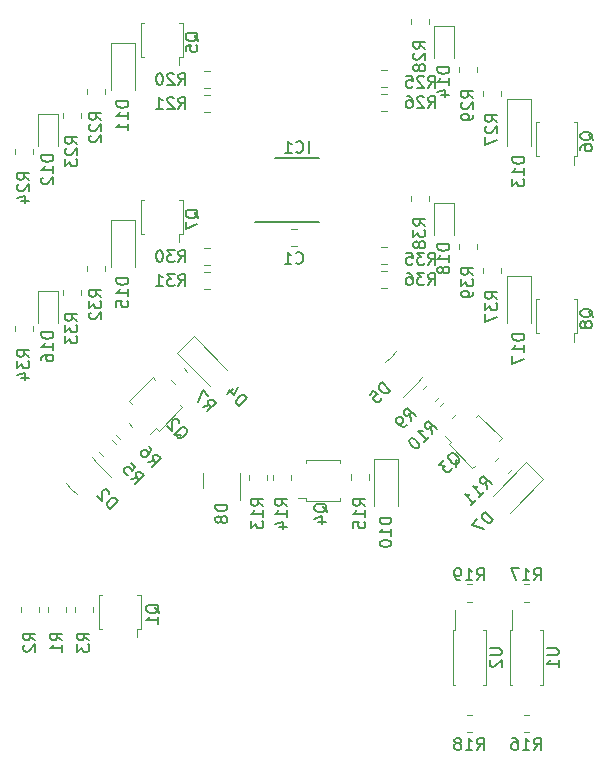
<source format=gbr>
%TF.GenerationSoftware,KiCad,Pcbnew,7.0.6*%
%TF.CreationDate,2024-02-09T06:01:19-06:00*%
%TF.ProjectId,BPS-LeaderDaughter,4250532d-4c65-4616-9465-724461756768,rev?*%
%TF.SameCoordinates,Original*%
%TF.FileFunction,Legend,Bot*%
%TF.FilePolarity,Positive*%
%FSLAX46Y46*%
G04 Gerber Fmt 4.6, Leading zero omitted, Abs format (unit mm)*
G04 Created by KiCad (PCBNEW 7.0.6) date 2024-02-09 06:01:19*
%MOMM*%
%LPD*%
G01*
G04 APERTURE LIST*
%ADD10C,0.150000*%
%ADD11C,0.120000*%
G04 APERTURE END LIST*
D10*
X137868819Y-59835035D02*
X136868819Y-59835035D01*
X136868819Y-59835035D02*
X136868819Y-60073130D01*
X136868819Y-60073130D02*
X136916438Y-60215987D01*
X136916438Y-60215987D02*
X137011676Y-60311225D01*
X137011676Y-60311225D02*
X137106914Y-60358844D01*
X137106914Y-60358844D02*
X137297390Y-60406463D01*
X137297390Y-60406463D02*
X137440247Y-60406463D01*
X137440247Y-60406463D02*
X137630723Y-60358844D01*
X137630723Y-60358844D02*
X137725961Y-60311225D01*
X137725961Y-60311225D02*
X137821200Y-60215987D01*
X137821200Y-60215987D02*
X137868819Y-60073130D01*
X137868819Y-60073130D02*
X137868819Y-59835035D01*
X137868819Y-61358844D02*
X137868819Y-60787416D01*
X137868819Y-61073130D02*
X136868819Y-61073130D01*
X136868819Y-61073130D02*
X137011676Y-60977892D01*
X137011676Y-60977892D02*
X137106914Y-60882654D01*
X137106914Y-60882654D02*
X137154533Y-60787416D01*
X136868819Y-62263606D02*
X136868819Y-61787416D01*
X136868819Y-61787416D02*
X137345009Y-61739797D01*
X137345009Y-61739797D02*
X137297390Y-61787416D01*
X137297390Y-61787416D02*
X137249771Y-61882654D01*
X137249771Y-61882654D02*
X137249771Y-62120749D01*
X137249771Y-62120749D02*
X137297390Y-62215987D01*
X137297390Y-62215987D02*
X137345009Y-62263606D01*
X137345009Y-62263606D02*
X137440247Y-62311225D01*
X137440247Y-62311225D02*
X137678342Y-62311225D01*
X137678342Y-62311225D02*
X137773580Y-62263606D01*
X137773580Y-62263606D02*
X137821200Y-62215987D01*
X137821200Y-62215987D02*
X137868819Y-62120749D01*
X137868819Y-62120749D02*
X137868819Y-61882654D01*
X137868819Y-61882654D02*
X137821200Y-61787416D01*
X137821200Y-61787416D02*
X137773580Y-61739797D01*
X168239994Y-77690632D02*
X168138979Y-77118213D01*
X168644055Y-77286571D02*
X167936948Y-76579465D01*
X167936948Y-76579465D02*
X167667574Y-76848839D01*
X167667574Y-76848839D02*
X167633902Y-76949854D01*
X167633902Y-76949854D02*
X167633902Y-77017197D01*
X167633902Y-77017197D02*
X167667574Y-77118213D01*
X167667574Y-77118213D02*
X167768589Y-77219228D01*
X167768589Y-77219228D02*
X167869605Y-77252900D01*
X167869605Y-77252900D02*
X167936948Y-77252900D01*
X167936948Y-77252900D02*
X168037963Y-77219228D01*
X168037963Y-77219228D02*
X168307337Y-76949854D01*
X167566559Y-78364067D02*
X167970620Y-77960006D01*
X167768589Y-78162037D02*
X167061483Y-77454930D01*
X167061483Y-77454930D02*
X167229841Y-77488602D01*
X167229841Y-77488602D02*
X167364528Y-77488602D01*
X167364528Y-77488602D02*
X167465544Y-77454930D01*
X166893124Y-79037503D02*
X167297185Y-78633442D01*
X167095154Y-78835472D02*
X166388047Y-78128365D01*
X166388047Y-78128365D02*
X166556406Y-78162037D01*
X166556406Y-78162037D02*
X166691093Y-78162037D01*
X166691093Y-78162037D02*
X166792108Y-78128365D01*
X141715124Y-73071340D02*
X141816139Y-73105012D01*
X141816139Y-73105012D02*
X141950826Y-73105012D01*
X141950826Y-73105012D02*
X142152857Y-73105012D01*
X142152857Y-73105012D02*
X142253872Y-73138684D01*
X142253872Y-73138684D02*
X142321215Y-73206027D01*
X142119185Y-73340714D02*
X142220200Y-73374386D01*
X142220200Y-73374386D02*
X142354887Y-73374386D01*
X142354887Y-73374386D02*
X142523246Y-73273371D01*
X142523246Y-73273371D02*
X142758948Y-73037668D01*
X142758948Y-73037668D02*
X142859963Y-72869310D01*
X142859963Y-72869310D02*
X142859963Y-72734623D01*
X142859963Y-72734623D02*
X142826292Y-72633607D01*
X142826292Y-72633607D02*
X142691605Y-72498920D01*
X142691605Y-72498920D02*
X142590589Y-72465249D01*
X142590589Y-72465249D02*
X142455902Y-72465249D01*
X142455902Y-72465249D02*
X142287544Y-72566264D01*
X142287544Y-72566264D02*
X142051841Y-72801966D01*
X142051841Y-72801966D02*
X141950826Y-72970325D01*
X141950826Y-72970325D02*
X141950826Y-73105012D01*
X141950826Y-73105012D02*
X141984498Y-73206027D01*
X141984498Y-73206027D02*
X142119185Y-73340714D01*
X142186528Y-72128531D02*
X142186528Y-72061188D01*
X142186528Y-72061188D02*
X142152857Y-71960172D01*
X142152857Y-71960172D02*
X141984498Y-71791814D01*
X141984498Y-71791814D02*
X141883483Y-71758142D01*
X141883483Y-71758142D02*
X141816139Y-71758142D01*
X141816139Y-71758142D02*
X141715124Y-71791814D01*
X141715124Y-71791814D02*
X141647780Y-71859157D01*
X141647780Y-71859157D02*
X141580437Y-71993844D01*
X141580437Y-71993844D02*
X141580437Y-72801966D01*
X141580437Y-72801966D02*
X141142704Y-72364233D01*
X163268857Y-43700819D02*
X163602190Y-43224628D01*
X163840285Y-43700819D02*
X163840285Y-42700819D01*
X163840285Y-42700819D02*
X163459333Y-42700819D01*
X163459333Y-42700819D02*
X163364095Y-42748438D01*
X163364095Y-42748438D02*
X163316476Y-42796057D01*
X163316476Y-42796057D02*
X163268857Y-42891295D01*
X163268857Y-42891295D02*
X163268857Y-43034152D01*
X163268857Y-43034152D02*
X163316476Y-43129390D01*
X163316476Y-43129390D02*
X163364095Y-43177009D01*
X163364095Y-43177009D02*
X163459333Y-43224628D01*
X163459333Y-43224628D02*
X163840285Y-43224628D01*
X162887904Y-42796057D02*
X162840285Y-42748438D01*
X162840285Y-42748438D02*
X162745047Y-42700819D01*
X162745047Y-42700819D02*
X162506952Y-42700819D01*
X162506952Y-42700819D02*
X162411714Y-42748438D01*
X162411714Y-42748438D02*
X162364095Y-42796057D01*
X162364095Y-42796057D02*
X162316476Y-42891295D01*
X162316476Y-42891295D02*
X162316476Y-42986533D01*
X162316476Y-42986533D02*
X162364095Y-43129390D01*
X162364095Y-43129390D02*
X162935523Y-43700819D01*
X162935523Y-43700819D02*
X162316476Y-43700819D01*
X161411714Y-42700819D02*
X161887904Y-42700819D01*
X161887904Y-42700819D02*
X161935523Y-43177009D01*
X161935523Y-43177009D02*
X161887904Y-43129390D01*
X161887904Y-43129390D02*
X161792666Y-43081771D01*
X161792666Y-43081771D02*
X161554571Y-43081771D01*
X161554571Y-43081771D02*
X161459333Y-43129390D01*
X161459333Y-43129390D02*
X161411714Y-43177009D01*
X161411714Y-43177009D02*
X161364095Y-43272247D01*
X161364095Y-43272247D02*
X161364095Y-43510342D01*
X161364095Y-43510342D02*
X161411714Y-43605580D01*
X161411714Y-43605580D02*
X161459333Y-43653200D01*
X161459333Y-43653200D02*
X161554571Y-43700819D01*
X161554571Y-43700819D02*
X161792666Y-43700819D01*
X161792666Y-43700819D02*
X161887904Y-43653200D01*
X161887904Y-43653200D02*
X161935523Y-43605580D01*
X133550819Y-63454463D02*
X133074628Y-63121130D01*
X133550819Y-62883035D02*
X132550819Y-62883035D01*
X132550819Y-62883035D02*
X132550819Y-63263987D01*
X132550819Y-63263987D02*
X132598438Y-63359225D01*
X132598438Y-63359225D02*
X132646057Y-63406844D01*
X132646057Y-63406844D02*
X132741295Y-63454463D01*
X132741295Y-63454463D02*
X132884152Y-63454463D01*
X132884152Y-63454463D02*
X132979390Y-63406844D01*
X132979390Y-63406844D02*
X133027009Y-63359225D01*
X133027009Y-63359225D02*
X133074628Y-63263987D01*
X133074628Y-63263987D02*
X133074628Y-62883035D01*
X132550819Y-63787797D02*
X132550819Y-64406844D01*
X132550819Y-64406844D02*
X132931771Y-64073511D01*
X132931771Y-64073511D02*
X132931771Y-64216368D01*
X132931771Y-64216368D02*
X132979390Y-64311606D01*
X132979390Y-64311606D02*
X133027009Y-64359225D01*
X133027009Y-64359225D02*
X133122247Y-64406844D01*
X133122247Y-64406844D02*
X133360342Y-64406844D01*
X133360342Y-64406844D02*
X133455580Y-64359225D01*
X133455580Y-64359225D02*
X133503200Y-64311606D01*
X133503200Y-64311606D02*
X133550819Y-64216368D01*
X133550819Y-64216368D02*
X133550819Y-63930654D01*
X133550819Y-63930654D02*
X133503200Y-63835416D01*
X133503200Y-63835416D02*
X133455580Y-63787797D01*
X132550819Y-64740178D02*
X132550819Y-65359225D01*
X132550819Y-65359225D02*
X132931771Y-65025892D01*
X132931771Y-65025892D02*
X132931771Y-65168749D01*
X132931771Y-65168749D02*
X132979390Y-65263987D01*
X132979390Y-65263987D02*
X133027009Y-65311606D01*
X133027009Y-65311606D02*
X133122247Y-65359225D01*
X133122247Y-65359225D02*
X133360342Y-65359225D01*
X133360342Y-65359225D02*
X133455580Y-65311606D01*
X133455580Y-65311606D02*
X133503200Y-65263987D01*
X133503200Y-65263987D02*
X133550819Y-65168749D01*
X133550819Y-65168749D02*
X133550819Y-64883035D01*
X133550819Y-64883035D02*
X133503200Y-64787797D01*
X133503200Y-64787797D02*
X133455580Y-64740178D01*
X137868819Y-44849035D02*
X136868819Y-44849035D01*
X136868819Y-44849035D02*
X136868819Y-45087130D01*
X136868819Y-45087130D02*
X136916438Y-45229987D01*
X136916438Y-45229987D02*
X137011676Y-45325225D01*
X137011676Y-45325225D02*
X137106914Y-45372844D01*
X137106914Y-45372844D02*
X137297390Y-45420463D01*
X137297390Y-45420463D02*
X137440247Y-45420463D01*
X137440247Y-45420463D02*
X137630723Y-45372844D01*
X137630723Y-45372844D02*
X137725961Y-45325225D01*
X137725961Y-45325225D02*
X137821200Y-45229987D01*
X137821200Y-45229987D02*
X137868819Y-45087130D01*
X137868819Y-45087130D02*
X137868819Y-44849035D01*
X137868819Y-46372844D02*
X137868819Y-45801416D01*
X137868819Y-46087130D02*
X136868819Y-46087130D01*
X136868819Y-46087130D02*
X137011676Y-45991892D01*
X137011676Y-45991892D02*
X137106914Y-45896654D01*
X137106914Y-45896654D02*
X137154533Y-45801416D01*
X137868819Y-47325225D02*
X137868819Y-46753797D01*
X137868819Y-47039511D02*
X136868819Y-47039511D01*
X136868819Y-47039511D02*
X137011676Y-46944273D01*
X137011676Y-46944273D02*
X137106914Y-46849035D01*
X137106914Y-46849035D02*
X137154533Y-46753797D01*
X167078819Y-59555142D02*
X166602628Y-59221809D01*
X167078819Y-58983714D02*
X166078819Y-58983714D01*
X166078819Y-58983714D02*
X166078819Y-59364666D01*
X166078819Y-59364666D02*
X166126438Y-59459904D01*
X166126438Y-59459904D02*
X166174057Y-59507523D01*
X166174057Y-59507523D02*
X166269295Y-59555142D01*
X166269295Y-59555142D02*
X166412152Y-59555142D01*
X166412152Y-59555142D02*
X166507390Y-59507523D01*
X166507390Y-59507523D02*
X166555009Y-59459904D01*
X166555009Y-59459904D02*
X166602628Y-59364666D01*
X166602628Y-59364666D02*
X166602628Y-58983714D01*
X166078819Y-59888476D02*
X166078819Y-60507523D01*
X166078819Y-60507523D02*
X166459771Y-60174190D01*
X166459771Y-60174190D02*
X166459771Y-60317047D01*
X166459771Y-60317047D02*
X166507390Y-60412285D01*
X166507390Y-60412285D02*
X166555009Y-60459904D01*
X166555009Y-60459904D02*
X166650247Y-60507523D01*
X166650247Y-60507523D02*
X166888342Y-60507523D01*
X166888342Y-60507523D02*
X166983580Y-60459904D01*
X166983580Y-60459904D02*
X167031200Y-60412285D01*
X167031200Y-60412285D02*
X167078819Y-60317047D01*
X167078819Y-60317047D02*
X167078819Y-60031333D01*
X167078819Y-60031333D02*
X167031200Y-59936095D01*
X167031200Y-59936095D02*
X166983580Y-59888476D01*
X167078819Y-60983714D02*
X167078819Y-61174190D01*
X167078819Y-61174190D02*
X167031200Y-61269428D01*
X167031200Y-61269428D02*
X166983580Y-61317047D01*
X166983580Y-61317047D02*
X166840723Y-61412285D01*
X166840723Y-61412285D02*
X166650247Y-61459904D01*
X166650247Y-61459904D02*
X166269295Y-61459904D01*
X166269295Y-61459904D02*
X166174057Y-61412285D01*
X166174057Y-61412285D02*
X166126438Y-61364666D01*
X166126438Y-61364666D02*
X166078819Y-61269428D01*
X166078819Y-61269428D02*
X166078819Y-61078952D01*
X166078819Y-61078952D02*
X166126438Y-60983714D01*
X166126438Y-60983714D02*
X166174057Y-60936095D01*
X166174057Y-60936095D02*
X166269295Y-60888476D01*
X166269295Y-60888476D02*
X166507390Y-60888476D01*
X166507390Y-60888476D02*
X166602628Y-60936095D01*
X166602628Y-60936095D02*
X166650247Y-60983714D01*
X166650247Y-60983714D02*
X166697866Y-61078952D01*
X166697866Y-61078952D02*
X166697866Y-61269428D01*
X166697866Y-61269428D02*
X166650247Y-61364666D01*
X166650247Y-61364666D02*
X166602628Y-61412285D01*
X166602628Y-61412285D02*
X166507390Y-61459904D01*
X147250423Y-70671150D02*
X147957529Y-69964043D01*
X147957529Y-69964043D02*
X147789171Y-69795684D01*
X147789171Y-69795684D02*
X147654484Y-69728341D01*
X147654484Y-69728341D02*
X147519797Y-69728341D01*
X147519797Y-69728341D02*
X147418781Y-69762013D01*
X147418781Y-69762013D02*
X147250423Y-69863028D01*
X147250423Y-69863028D02*
X147149407Y-69964043D01*
X147149407Y-69964043D02*
X147048392Y-70132402D01*
X147048392Y-70132402D02*
X147014720Y-70233417D01*
X147014720Y-70233417D02*
X147014720Y-70368104D01*
X147014720Y-70368104D02*
X147082064Y-70502791D01*
X147082064Y-70502791D02*
X147250423Y-70671150D01*
X146711675Y-69189593D02*
X146240270Y-69660997D01*
X147149407Y-69088578D02*
X146812690Y-69762013D01*
X146812690Y-69762013D02*
X146374957Y-69324280D01*
X157934819Y-79113142D02*
X157458628Y-78779809D01*
X157934819Y-78541714D02*
X156934819Y-78541714D01*
X156934819Y-78541714D02*
X156934819Y-78922666D01*
X156934819Y-78922666D02*
X156982438Y-79017904D01*
X156982438Y-79017904D02*
X157030057Y-79065523D01*
X157030057Y-79065523D02*
X157125295Y-79113142D01*
X157125295Y-79113142D02*
X157268152Y-79113142D01*
X157268152Y-79113142D02*
X157363390Y-79065523D01*
X157363390Y-79065523D02*
X157411009Y-79017904D01*
X157411009Y-79017904D02*
X157458628Y-78922666D01*
X157458628Y-78922666D02*
X157458628Y-78541714D01*
X157934819Y-80065523D02*
X157934819Y-79494095D01*
X157934819Y-79779809D02*
X156934819Y-79779809D01*
X156934819Y-79779809D02*
X157077676Y-79684571D01*
X157077676Y-79684571D02*
X157172914Y-79589333D01*
X157172914Y-79589333D02*
X157220533Y-79494095D01*
X156934819Y-80970285D02*
X156934819Y-80494095D01*
X156934819Y-80494095D02*
X157411009Y-80446476D01*
X157411009Y-80446476D02*
X157363390Y-80494095D01*
X157363390Y-80494095D02*
X157315771Y-80589333D01*
X157315771Y-80589333D02*
X157315771Y-80827428D01*
X157315771Y-80827428D02*
X157363390Y-80922666D01*
X157363390Y-80922666D02*
X157411009Y-80970285D01*
X157411009Y-80970285D02*
X157506247Y-81017904D01*
X157506247Y-81017904D02*
X157744342Y-81017904D01*
X157744342Y-81017904D02*
X157839580Y-80970285D01*
X157839580Y-80970285D02*
X157887200Y-80922666D01*
X157887200Y-80922666D02*
X157934819Y-80827428D01*
X157934819Y-80827428D02*
X157934819Y-80589333D01*
X157934819Y-80589333D02*
X157887200Y-80494095D01*
X157887200Y-80494095D02*
X157839580Y-80446476D01*
X142120857Y-43470140D02*
X142454190Y-42993949D01*
X142692285Y-43470140D02*
X142692285Y-42470140D01*
X142692285Y-42470140D02*
X142311333Y-42470140D01*
X142311333Y-42470140D02*
X142216095Y-42517759D01*
X142216095Y-42517759D02*
X142168476Y-42565378D01*
X142168476Y-42565378D02*
X142120857Y-42660616D01*
X142120857Y-42660616D02*
X142120857Y-42803473D01*
X142120857Y-42803473D02*
X142168476Y-42898711D01*
X142168476Y-42898711D02*
X142216095Y-42946330D01*
X142216095Y-42946330D02*
X142311333Y-42993949D01*
X142311333Y-42993949D02*
X142692285Y-42993949D01*
X141739904Y-42565378D02*
X141692285Y-42517759D01*
X141692285Y-42517759D02*
X141597047Y-42470140D01*
X141597047Y-42470140D02*
X141358952Y-42470140D01*
X141358952Y-42470140D02*
X141263714Y-42517759D01*
X141263714Y-42517759D02*
X141216095Y-42565378D01*
X141216095Y-42565378D02*
X141168476Y-42660616D01*
X141168476Y-42660616D02*
X141168476Y-42755854D01*
X141168476Y-42755854D02*
X141216095Y-42898711D01*
X141216095Y-42898711D02*
X141787523Y-43470140D01*
X141787523Y-43470140D02*
X141168476Y-43470140D01*
X140549428Y-42470140D02*
X140454190Y-42470140D01*
X140454190Y-42470140D02*
X140358952Y-42517759D01*
X140358952Y-42517759D02*
X140311333Y-42565378D01*
X140311333Y-42565378D02*
X140263714Y-42660616D01*
X140263714Y-42660616D02*
X140216095Y-42851092D01*
X140216095Y-42851092D02*
X140216095Y-43089187D01*
X140216095Y-43089187D02*
X140263714Y-43279663D01*
X140263714Y-43279663D02*
X140311333Y-43374901D01*
X140311333Y-43374901D02*
X140358952Y-43422521D01*
X140358952Y-43422521D02*
X140454190Y-43470140D01*
X140454190Y-43470140D02*
X140549428Y-43470140D01*
X140549428Y-43470140D02*
X140644666Y-43422521D01*
X140644666Y-43422521D02*
X140692285Y-43374901D01*
X140692285Y-43374901D02*
X140739904Y-43279663D01*
X140739904Y-43279663D02*
X140787523Y-43089187D01*
X140787523Y-43089187D02*
X140787523Y-42851092D01*
X140787523Y-42851092D02*
X140739904Y-42660616D01*
X140739904Y-42660616D02*
X140692285Y-42565378D01*
X140692285Y-42565378D02*
X140644666Y-42517759D01*
X140644666Y-42517759D02*
X140549428Y-42470140D01*
X167078819Y-44569142D02*
X166602628Y-44235809D01*
X167078819Y-43997714D02*
X166078819Y-43997714D01*
X166078819Y-43997714D02*
X166078819Y-44378666D01*
X166078819Y-44378666D02*
X166126438Y-44473904D01*
X166126438Y-44473904D02*
X166174057Y-44521523D01*
X166174057Y-44521523D02*
X166269295Y-44569142D01*
X166269295Y-44569142D02*
X166412152Y-44569142D01*
X166412152Y-44569142D02*
X166507390Y-44521523D01*
X166507390Y-44521523D02*
X166555009Y-44473904D01*
X166555009Y-44473904D02*
X166602628Y-44378666D01*
X166602628Y-44378666D02*
X166602628Y-43997714D01*
X166174057Y-44950095D02*
X166126438Y-44997714D01*
X166126438Y-44997714D02*
X166078819Y-45092952D01*
X166078819Y-45092952D02*
X166078819Y-45331047D01*
X166078819Y-45331047D02*
X166126438Y-45426285D01*
X166126438Y-45426285D02*
X166174057Y-45473904D01*
X166174057Y-45473904D02*
X166269295Y-45521523D01*
X166269295Y-45521523D02*
X166364533Y-45521523D01*
X166364533Y-45521523D02*
X166507390Y-45473904D01*
X166507390Y-45473904D02*
X167078819Y-44902476D01*
X167078819Y-44902476D02*
X167078819Y-45521523D01*
X167078819Y-45997714D02*
X167078819Y-46188190D01*
X167078819Y-46188190D02*
X167031200Y-46283428D01*
X167031200Y-46283428D02*
X166983580Y-46331047D01*
X166983580Y-46331047D02*
X166840723Y-46426285D01*
X166840723Y-46426285D02*
X166650247Y-46473904D01*
X166650247Y-46473904D02*
X166269295Y-46473904D01*
X166269295Y-46473904D02*
X166174057Y-46426285D01*
X166174057Y-46426285D02*
X166126438Y-46378666D01*
X166126438Y-46378666D02*
X166078819Y-46283428D01*
X166078819Y-46283428D02*
X166078819Y-46092952D01*
X166078819Y-46092952D02*
X166126438Y-45997714D01*
X166126438Y-45997714D02*
X166174057Y-45950095D01*
X166174057Y-45950095D02*
X166269295Y-45902476D01*
X166269295Y-45902476D02*
X166507390Y-45902476D01*
X166507390Y-45902476D02*
X166602628Y-45950095D01*
X166602628Y-45950095D02*
X166650247Y-45997714D01*
X166650247Y-45997714D02*
X166697866Y-46092952D01*
X166697866Y-46092952D02*
X166697866Y-46283428D01*
X166697866Y-46283428D02*
X166650247Y-46378666D01*
X166650247Y-46378666D02*
X166602628Y-46426285D01*
X166602628Y-46426285D02*
X166507390Y-46473904D01*
X165585245Y-75810335D02*
X165618917Y-75709320D01*
X165618917Y-75709320D02*
X165618917Y-75574633D01*
X165618917Y-75574633D02*
X165618917Y-75372602D01*
X165618917Y-75372602D02*
X165652589Y-75271587D01*
X165652589Y-75271587D02*
X165719932Y-75204244D01*
X165854619Y-75406274D02*
X165888291Y-75305259D01*
X165888291Y-75305259D02*
X165888291Y-75170572D01*
X165888291Y-75170572D02*
X165787276Y-75002213D01*
X165787276Y-75002213D02*
X165551573Y-74766511D01*
X165551573Y-74766511D02*
X165383215Y-74665496D01*
X165383215Y-74665496D02*
X165248528Y-74665496D01*
X165248528Y-74665496D02*
X165147512Y-74699167D01*
X165147512Y-74699167D02*
X165012825Y-74833854D01*
X165012825Y-74833854D02*
X164979154Y-74934870D01*
X164979154Y-74934870D02*
X164979154Y-75069557D01*
X164979154Y-75069557D02*
X165080169Y-75237915D01*
X165080169Y-75237915D02*
X165315871Y-75473618D01*
X165315871Y-75473618D02*
X165484230Y-75574633D01*
X165484230Y-75574633D02*
X165618917Y-75574633D01*
X165618917Y-75574633D02*
X165719932Y-75540961D01*
X165719932Y-75540961D02*
X165854619Y-75406274D01*
X164608764Y-75237915D02*
X164171032Y-75675648D01*
X164171032Y-75675648D02*
X164676108Y-75709320D01*
X164676108Y-75709320D02*
X164575093Y-75810335D01*
X164575093Y-75810335D02*
X164541421Y-75911350D01*
X164541421Y-75911350D02*
X164541421Y-75978694D01*
X164541421Y-75978694D02*
X164575093Y-76079709D01*
X164575093Y-76079709D02*
X164743451Y-76248068D01*
X164743451Y-76248068D02*
X164844467Y-76281740D01*
X164844467Y-76281740D02*
X164911810Y-76281740D01*
X164911810Y-76281740D02*
X165012825Y-76248068D01*
X165012825Y-76248068D02*
X165214856Y-76046037D01*
X165214856Y-76046037D02*
X165248528Y-75945022D01*
X165248528Y-75945022D02*
X165248528Y-75877679D01*
X171396819Y-64571714D02*
X170396819Y-64571714D01*
X170396819Y-64571714D02*
X170396819Y-64809809D01*
X170396819Y-64809809D02*
X170444438Y-64952666D01*
X170444438Y-64952666D02*
X170539676Y-65047904D01*
X170539676Y-65047904D02*
X170634914Y-65095523D01*
X170634914Y-65095523D02*
X170825390Y-65143142D01*
X170825390Y-65143142D02*
X170968247Y-65143142D01*
X170968247Y-65143142D02*
X171158723Y-65095523D01*
X171158723Y-65095523D02*
X171253961Y-65047904D01*
X171253961Y-65047904D02*
X171349200Y-64952666D01*
X171349200Y-64952666D02*
X171396819Y-64809809D01*
X171396819Y-64809809D02*
X171396819Y-64571714D01*
X171396819Y-66095523D02*
X171396819Y-65524095D01*
X171396819Y-65809809D02*
X170396819Y-65809809D01*
X170396819Y-65809809D02*
X170539676Y-65714571D01*
X170539676Y-65714571D02*
X170634914Y-65619333D01*
X170634914Y-65619333D02*
X170682533Y-65524095D01*
X170396819Y-66428857D02*
X170396819Y-67095523D01*
X170396819Y-67095523D02*
X171396819Y-66666952D01*
X169110819Y-46601142D02*
X168634628Y-46267809D01*
X169110819Y-46029714D02*
X168110819Y-46029714D01*
X168110819Y-46029714D02*
X168110819Y-46410666D01*
X168110819Y-46410666D02*
X168158438Y-46505904D01*
X168158438Y-46505904D02*
X168206057Y-46553523D01*
X168206057Y-46553523D02*
X168301295Y-46601142D01*
X168301295Y-46601142D02*
X168444152Y-46601142D01*
X168444152Y-46601142D02*
X168539390Y-46553523D01*
X168539390Y-46553523D02*
X168587009Y-46505904D01*
X168587009Y-46505904D02*
X168634628Y-46410666D01*
X168634628Y-46410666D02*
X168634628Y-46029714D01*
X168206057Y-46982095D02*
X168158438Y-47029714D01*
X168158438Y-47029714D02*
X168110819Y-47124952D01*
X168110819Y-47124952D02*
X168110819Y-47363047D01*
X168110819Y-47363047D02*
X168158438Y-47458285D01*
X168158438Y-47458285D02*
X168206057Y-47505904D01*
X168206057Y-47505904D02*
X168301295Y-47553523D01*
X168301295Y-47553523D02*
X168396533Y-47553523D01*
X168396533Y-47553523D02*
X168539390Y-47505904D01*
X168539390Y-47505904D02*
X169110819Y-46934476D01*
X169110819Y-46934476D02*
X169110819Y-47553523D01*
X168110819Y-47886857D02*
X168110819Y-48553523D01*
X168110819Y-48553523D02*
X169110819Y-48124952D01*
X144167841Y-70719637D02*
X144740260Y-70618622D01*
X144571902Y-71123698D02*
X145279008Y-70416591D01*
X145279008Y-70416591D02*
X145009634Y-70147217D01*
X145009634Y-70147217D02*
X144908619Y-70113545D01*
X144908619Y-70113545D02*
X144841276Y-70113545D01*
X144841276Y-70113545D02*
X144740260Y-70147217D01*
X144740260Y-70147217D02*
X144639245Y-70248232D01*
X144639245Y-70248232D02*
X144605573Y-70349248D01*
X144605573Y-70349248D02*
X144605573Y-70416591D01*
X144605573Y-70416591D02*
X144639245Y-70517606D01*
X144639245Y-70517606D02*
X144908619Y-70786980D01*
X144639245Y-69776828D02*
X144167841Y-69305423D01*
X144167841Y-69305423D02*
X143763780Y-70315576D01*
X163268857Y-58686819D02*
X163602190Y-58210628D01*
X163840285Y-58686819D02*
X163840285Y-57686819D01*
X163840285Y-57686819D02*
X163459333Y-57686819D01*
X163459333Y-57686819D02*
X163364095Y-57734438D01*
X163364095Y-57734438D02*
X163316476Y-57782057D01*
X163316476Y-57782057D02*
X163268857Y-57877295D01*
X163268857Y-57877295D02*
X163268857Y-58020152D01*
X163268857Y-58020152D02*
X163316476Y-58115390D01*
X163316476Y-58115390D02*
X163364095Y-58163009D01*
X163364095Y-58163009D02*
X163459333Y-58210628D01*
X163459333Y-58210628D02*
X163840285Y-58210628D01*
X162935523Y-57686819D02*
X162316476Y-57686819D01*
X162316476Y-57686819D02*
X162649809Y-58067771D01*
X162649809Y-58067771D02*
X162506952Y-58067771D01*
X162506952Y-58067771D02*
X162411714Y-58115390D01*
X162411714Y-58115390D02*
X162364095Y-58163009D01*
X162364095Y-58163009D02*
X162316476Y-58258247D01*
X162316476Y-58258247D02*
X162316476Y-58496342D01*
X162316476Y-58496342D02*
X162364095Y-58591580D01*
X162364095Y-58591580D02*
X162411714Y-58639200D01*
X162411714Y-58639200D02*
X162506952Y-58686819D01*
X162506952Y-58686819D02*
X162792666Y-58686819D01*
X162792666Y-58686819D02*
X162887904Y-58639200D01*
X162887904Y-58639200D02*
X162935523Y-58591580D01*
X161411714Y-57686819D02*
X161887904Y-57686819D01*
X161887904Y-57686819D02*
X161935523Y-58163009D01*
X161935523Y-58163009D02*
X161887904Y-58115390D01*
X161887904Y-58115390D02*
X161792666Y-58067771D01*
X161792666Y-58067771D02*
X161554571Y-58067771D01*
X161554571Y-58067771D02*
X161459333Y-58115390D01*
X161459333Y-58115390D02*
X161411714Y-58163009D01*
X161411714Y-58163009D02*
X161364095Y-58258247D01*
X161364095Y-58258247D02*
X161364095Y-58496342D01*
X161364095Y-58496342D02*
X161411714Y-58591580D01*
X161411714Y-58591580D02*
X161459333Y-58639200D01*
X161459333Y-58639200D02*
X161554571Y-58686819D01*
X161554571Y-58686819D02*
X161792666Y-58686819D01*
X161792666Y-58686819D02*
X161887904Y-58639200D01*
X161887904Y-58639200D02*
X161935523Y-58591580D01*
X153129441Y-49222819D02*
X153129441Y-48222819D01*
X152081823Y-49127580D02*
X152129442Y-49175200D01*
X152129442Y-49175200D02*
X152272299Y-49222819D01*
X152272299Y-49222819D02*
X152367537Y-49222819D01*
X152367537Y-49222819D02*
X152510394Y-49175200D01*
X152510394Y-49175200D02*
X152605632Y-49079961D01*
X152605632Y-49079961D02*
X152653251Y-48984723D01*
X152653251Y-48984723D02*
X152700870Y-48794247D01*
X152700870Y-48794247D02*
X152700870Y-48651390D01*
X152700870Y-48651390D02*
X152653251Y-48460914D01*
X152653251Y-48460914D02*
X152605632Y-48365676D01*
X152605632Y-48365676D02*
X152510394Y-48270438D01*
X152510394Y-48270438D02*
X152367537Y-48222819D01*
X152367537Y-48222819D02*
X152272299Y-48222819D01*
X152272299Y-48222819D02*
X152129442Y-48270438D01*
X152129442Y-48270438D02*
X152081823Y-48318057D01*
X151129442Y-49222819D02*
X151700870Y-49222819D01*
X151415156Y-49222819D02*
X151415156Y-48222819D01*
X151415156Y-48222819D02*
X151510394Y-48365676D01*
X151510394Y-48365676D02*
X151605632Y-48460914D01*
X151605632Y-48460914D02*
X151700870Y-48508533D01*
X172208107Y-99768819D02*
X172541440Y-99292628D01*
X172779535Y-99768819D02*
X172779535Y-98768819D01*
X172779535Y-98768819D02*
X172398583Y-98768819D01*
X172398583Y-98768819D02*
X172303345Y-98816438D01*
X172303345Y-98816438D02*
X172255726Y-98864057D01*
X172255726Y-98864057D02*
X172208107Y-98959295D01*
X172208107Y-98959295D02*
X172208107Y-99102152D01*
X172208107Y-99102152D02*
X172255726Y-99197390D01*
X172255726Y-99197390D02*
X172303345Y-99245009D01*
X172303345Y-99245009D02*
X172398583Y-99292628D01*
X172398583Y-99292628D02*
X172779535Y-99292628D01*
X171255726Y-99768819D02*
X171827154Y-99768819D01*
X171541440Y-99768819D02*
X171541440Y-98768819D01*
X171541440Y-98768819D02*
X171636678Y-98911676D01*
X171636678Y-98911676D02*
X171731916Y-99006914D01*
X171731916Y-99006914D02*
X171827154Y-99054533D01*
X170398583Y-98768819D02*
X170589059Y-98768819D01*
X170589059Y-98768819D02*
X170684297Y-98816438D01*
X170684297Y-98816438D02*
X170731916Y-98864057D01*
X170731916Y-98864057D02*
X170827154Y-99006914D01*
X170827154Y-99006914D02*
X170874773Y-99197390D01*
X170874773Y-99197390D02*
X170874773Y-99578342D01*
X170874773Y-99578342D02*
X170827154Y-99673580D01*
X170827154Y-99673580D02*
X170779535Y-99721200D01*
X170779535Y-99721200D02*
X170684297Y-99768819D01*
X170684297Y-99768819D02*
X170493821Y-99768819D01*
X170493821Y-99768819D02*
X170398583Y-99721200D01*
X170398583Y-99721200D02*
X170350964Y-99673580D01*
X170350964Y-99673580D02*
X170303345Y-99578342D01*
X170303345Y-99578342D02*
X170303345Y-99340247D01*
X170303345Y-99340247D02*
X170350964Y-99245009D01*
X170350964Y-99245009D02*
X170398583Y-99197390D01*
X170398583Y-99197390D02*
X170493821Y-99149771D01*
X170493821Y-99149771D02*
X170684297Y-99149771D01*
X170684297Y-99149771D02*
X170779535Y-99197390D01*
X170779535Y-99197390D02*
X170827154Y-99245009D01*
X170827154Y-99245009D02*
X170874773Y-99340247D01*
X140504057Y-88193761D02*
X140456438Y-88098523D01*
X140456438Y-88098523D02*
X140361200Y-88003285D01*
X140361200Y-88003285D02*
X140218342Y-87860428D01*
X140218342Y-87860428D02*
X140170723Y-87765190D01*
X140170723Y-87765190D02*
X140170723Y-87669952D01*
X140408819Y-87717571D02*
X140361200Y-87622333D01*
X140361200Y-87622333D02*
X140265961Y-87527095D01*
X140265961Y-87527095D02*
X140075485Y-87479476D01*
X140075485Y-87479476D02*
X139742152Y-87479476D01*
X139742152Y-87479476D02*
X139551676Y-87527095D01*
X139551676Y-87527095D02*
X139456438Y-87622333D01*
X139456438Y-87622333D02*
X139408819Y-87717571D01*
X139408819Y-87717571D02*
X139408819Y-87908047D01*
X139408819Y-87908047D02*
X139456438Y-88003285D01*
X139456438Y-88003285D02*
X139551676Y-88098523D01*
X139551676Y-88098523D02*
X139742152Y-88146142D01*
X139742152Y-88146142D02*
X140075485Y-88146142D01*
X140075485Y-88146142D02*
X140265961Y-88098523D01*
X140265961Y-88098523D02*
X140361200Y-88003285D01*
X140361200Y-88003285D02*
X140408819Y-87908047D01*
X140408819Y-87908047D02*
X140408819Y-87717571D01*
X140408819Y-89098523D02*
X140408819Y-88527095D01*
X140408819Y-88812809D02*
X139408819Y-88812809D01*
X139408819Y-88812809D02*
X139551676Y-88717571D01*
X139551676Y-88717571D02*
X139646914Y-88622333D01*
X139646914Y-88622333D02*
X139694533Y-88527095D01*
X151330819Y-79113142D02*
X150854628Y-78779809D01*
X151330819Y-78541714D02*
X150330819Y-78541714D01*
X150330819Y-78541714D02*
X150330819Y-78922666D01*
X150330819Y-78922666D02*
X150378438Y-79017904D01*
X150378438Y-79017904D02*
X150426057Y-79065523D01*
X150426057Y-79065523D02*
X150521295Y-79113142D01*
X150521295Y-79113142D02*
X150664152Y-79113142D01*
X150664152Y-79113142D02*
X150759390Y-79065523D01*
X150759390Y-79065523D02*
X150807009Y-79017904D01*
X150807009Y-79017904D02*
X150854628Y-78922666D01*
X150854628Y-78922666D02*
X150854628Y-78541714D01*
X151330819Y-80065523D02*
X151330819Y-79494095D01*
X151330819Y-79779809D02*
X150330819Y-79779809D01*
X150330819Y-79779809D02*
X150473676Y-79684571D01*
X150473676Y-79684571D02*
X150568914Y-79589333D01*
X150568914Y-79589333D02*
X150616533Y-79494095D01*
X150664152Y-80922666D02*
X151330819Y-80922666D01*
X150283200Y-80684571D02*
X150997485Y-80446476D01*
X150997485Y-80446476D02*
X150997485Y-81065523D01*
X136310068Y-79385534D02*
X137017174Y-78678427D01*
X137017174Y-78678427D02*
X136848816Y-78510068D01*
X136848816Y-78510068D02*
X136714129Y-78442725D01*
X136714129Y-78442725D02*
X136579442Y-78442725D01*
X136579442Y-78442725D02*
X136478426Y-78476397D01*
X136478426Y-78476397D02*
X136310068Y-78577412D01*
X136310068Y-78577412D02*
X136209052Y-78678427D01*
X136209052Y-78678427D02*
X136108037Y-78846786D01*
X136108037Y-78846786D02*
X136074365Y-78947801D01*
X136074365Y-78947801D02*
X136074365Y-79082488D01*
X136074365Y-79082488D02*
X136141709Y-79217175D01*
X136141709Y-79217175D02*
X136310068Y-79385534D01*
X136276396Y-78072336D02*
X136276396Y-78004992D01*
X136276396Y-78004992D02*
X136242724Y-77903977D01*
X136242724Y-77903977D02*
X136074365Y-77735618D01*
X136074365Y-77735618D02*
X135973350Y-77701946D01*
X135973350Y-77701946D02*
X135906007Y-77701946D01*
X135906007Y-77701946D02*
X135804991Y-77735618D01*
X135804991Y-77735618D02*
X135737648Y-77802962D01*
X135737648Y-77802962D02*
X135670304Y-77937649D01*
X135670304Y-77937649D02*
X135670304Y-78745771D01*
X135670304Y-78745771D02*
X135232572Y-78308038D01*
X177226057Y-48180579D02*
X177178438Y-48085341D01*
X177178438Y-48085341D02*
X177083200Y-47990103D01*
X177083200Y-47990103D02*
X176940342Y-47847246D01*
X176940342Y-47847246D02*
X176892723Y-47752008D01*
X176892723Y-47752008D02*
X176892723Y-47656770D01*
X177130819Y-47704389D02*
X177083200Y-47609151D01*
X177083200Y-47609151D02*
X176987961Y-47513913D01*
X176987961Y-47513913D02*
X176797485Y-47466294D01*
X176797485Y-47466294D02*
X176464152Y-47466294D01*
X176464152Y-47466294D02*
X176273676Y-47513913D01*
X176273676Y-47513913D02*
X176178438Y-47609151D01*
X176178438Y-47609151D02*
X176130819Y-47704389D01*
X176130819Y-47704389D02*
X176130819Y-47894865D01*
X176130819Y-47894865D02*
X176178438Y-47990103D01*
X176178438Y-47990103D02*
X176273676Y-48085341D01*
X176273676Y-48085341D02*
X176464152Y-48132960D01*
X176464152Y-48132960D02*
X176797485Y-48132960D01*
X176797485Y-48132960D02*
X176987961Y-48085341D01*
X176987961Y-48085341D02*
X177083200Y-47990103D01*
X177083200Y-47990103D02*
X177130819Y-47894865D01*
X177130819Y-47894865D02*
X177130819Y-47704389D01*
X176130819Y-48990103D02*
X176130819Y-48799627D01*
X176130819Y-48799627D02*
X176178438Y-48704389D01*
X176178438Y-48704389D02*
X176226057Y-48656770D01*
X176226057Y-48656770D02*
X176368914Y-48561532D01*
X176368914Y-48561532D02*
X176559390Y-48513913D01*
X176559390Y-48513913D02*
X176940342Y-48513913D01*
X176940342Y-48513913D02*
X177035580Y-48561532D01*
X177035580Y-48561532D02*
X177083200Y-48609151D01*
X177083200Y-48609151D02*
X177130819Y-48704389D01*
X177130819Y-48704389D02*
X177130819Y-48894865D01*
X177130819Y-48894865D02*
X177083200Y-48990103D01*
X177083200Y-48990103D02*
X177035580Y-49037722D01*
X177035580Y-49037722D02*
X176940342Y-49085341D01*
X176940342Y-49085341D02*
X176702247Y-49085341D01*
X176702247Y-49085341D02*
X176607009Y-49037722D01*
X176607009Y-49037722D02*
X176559390Y-48990103D01*
X176559390Y-48990103D02*
X176511771Y-48894865D01*
X176511771Y-48894865D02*
X176511771Y-48704389D01*
X176511771Y-48704389D02*
X176559390Y-48609151D01*
X176559390Y-48609151D02*
X176607009Y-48561532D01*
X176607009Y-48561532D02*
X176702247Y-48513913D01*
X143816057Y-39769082D02*
X143768438Y-39673844D01*
X143768438Y-39673844D02*
X143673200Y-39578606D01*
X143673200Y-39578606D02*
X143530342Y-39435749D01*
X143530342Y-39435749D02*
X143482723Y-39340511D01*
X143482723Y-39340511D02*
X143482723Y-39245273D01*
X143720819Y-39292892D02*
X143673200Y-39197654D01*
X143673200Y-39197654D02*
X143577961Y-39102416D01*
X143577961Y-39102416D02*
X143387485Y-39054797D01*
X143387485Y-39054797D02*
X143054152Y-39054797D01*
X143054152Y-39054797D02*
X142863676Y-39102416D01*
X142863676Y-39102416D02*
X142768438Y-39197654D01*
X142768438Y-39197654D02*
X142720819Y-39292892D01*
X142720819Y-39292892D02*
X142720819Y-39483368D01*
X142720819Y-39483368D02*
X142768438Y-39578606D01*
X142768438Y-39578606D02*
X142863676Y-39673844D01*
X142863676Y-39673844D02*
X143054152Y-39721463D01*
X143054152Y-39721463D02*
X143387485Y-39721463D01*
X143387485Y-39721463D02*
X143577961Y-39673844D01*
X143577961Y-39673844D02*
X143673200Y-39578606D01*
X143673200Y-39578606D02*
X143720819Y-39483368D01*
X143720819Y-39483368D02*
X143720819Y-39292892D01*
X142720819Y-40626225D02*
X142720819Y-40150035D01*
X142720819Y-40150035D02*
X143197009Y-40102416D01*
X143197009Y-40102416D02*
X143149390Y-40150035D01*
X143149390Y-40150035D02*
X143101771Y-40245273D01*
X143101771Y-40245273D02*
X143101771Y-40483368D01*
X143101771Y-40483368D02*
X143149390Y-40578606D01*
X143149390Y-40578606D02*
X143197009Y-40626225D01*
X143197009Y-40626225D02*
X143292247Y-40673844D01*
X143292247Y-40673844D02*
X143530342Y-40673844D01*
X143530342Y-40673844D02*
X143625580Y-40626225D01*
X143625580Y-40626225D02*
X143673200Y-40578606D01*
X143673200Y-40578606D02*
X143720819Y-40483368D01*
X143720819Y-40483368D02*
X143720819Y-40245273D01*
X143720819Y-40245273D02*
X143673200Y-40150035D01*
X143673200Y-40150035D02*
X143625580Y-40102416D01*
X171396819Y-49585714D02*
X170396819Y-49585714D01*
X170396819Y-49585714D02*
X170396819Y-49823809D01*
X170396819Y-49823809D02*
X170444438Y-49966666D01*
X170444438Y-49966666D02*
X170539676Y-50061904D01*
X170539676Y-50061904D02*
X170634914Y-50109523D01*
X170634914Y-50109523D02*
X170825390Y-50157142D01*
X170825390Y-50157142D02*
X170968247Y-50157142D01*
X170968247Y-50157142D02*
X171158723Y-50109523D01*
X171158723Y-50109523D02*
X171253961Y-50061904D01*
X171253961Y-50061904D02*
X171349200Y-49966666D01*
X171349200Y-49966666D02*
X171396819Y-49823809D01*
X171396819Y-49823809D02*
X171396819Y-49585714D01*
X171396819Y-51109523D02*
X171396819Y-50538095D01*
X171396819Y-50823809D02*
X170396819Y-50823809D01*
X170396819Y-50823809D02*
X170539676Y-50728571D01*
X170539676Y-50728571D02*
X170634914Y-50633333D01*
X170634914Y-50633333D02*
X170682533Y-50538095D01*
X170396819Y-51442857D02*
X170396819Y-52061904D01*
X170396819Y-52061904D02*
X170777771Y-51728571D01*
X170777771Y-51728571D02*
X170777771Y-51871428D01*
X170777771Y-51871428D02*
X170825390Y-51966666D01*
X170825390Y-51966666D02*
X170873009Y-52014285D01*
X170873009Y-52014285D02*
X170968247Y-52061904D01*
X170968247Y-52061904D02*
X171206342Y-52061904D01*
X171206342Y-52061904D02*
X171301580Y-52014285D01*
X171301580Y-52014285D02*
X171349200Y-51966666D01*
X171349200Y-51966666D02*
X171396819Y-51871428D01*
X171396819Y-51871428D02*
X171396819Y-51585714D01*
X171396819Y-51585714D02*
X171349200Y-51490476D01*
X171349200Y-51490476D02*
X171301580Y-51442857D01*
X149298819Y-79113142D02*
X148822628Y-78779809D01*
X149298819Y-78541714D02*
X148298819Y-78541714D01*
X148298819Y-78541714D02*
X148298819Y-78922666D01*
X148298819Y-78922666D02*
X148346438Y-79017904D01*
X148346438Y-79017904D02*
X148394057Y-79065523D01*
X148394057Y-79065523D02*
X148489295Y-79113142D01*
X148489295Y-79113142D02*
X148632152Y-79113142D01*
X148632152Y-79113142D02*
X148727390Y-79065523D01*
X148727390Y-79065523D02*
X148775009Y-79017904D01*
X148775009Y-79017904D02*
X148822628Y-78922666D01*
X148822628Y-78922666D02*
X148822628Y-78541714D01*
X149298819Y-80065523D02*
X149298819Y-79494095D01*
X149298819Y-79779809D02*
X148298819Y-79779809D01*
X148298819Y-79779809D02*
X148441676Y-79684571D01*
X148441676Y-79684571D02*
X148536914Y-79589333D01*
X148536914Y-79589333D02*
X148584533Y-79494095D01*
X148298819Y-80398857D02*
X148298819Y-81017904D01*
X148298819Y-81017904D02*
X148679771Y-80684571D01*
X148679771Y-80684571D02*
X148679771Y-80827428D01*
X148679771Y-80827428D02*
X148727390Y-80922666D01*
X148727390Y-80922666D02*
X148775009Y-80970285D01*
X148775009Y-80970285D02*
X148870247Y-81017904D01*
X148870247Y-81017904D02*
X149108342Y-81017904D01*
X149108342Y-81017904D02*
X149203580Y-80970285D01*
X149203580Y-80970285D02*
X149251200Y-80922666D01*
X149251200Y-80922666D02*
X149298819Y-80827428D01*
X149298819Y-80827428D02*
X149298819Y-80541714D01*
X149298819Y-80541714D02*
X149251200Y-80446476D01*
X149251200Y-80446476D02*
X149203580Y-80398857D01*
X168480069Y-91186095D02*
X169289592Y-91186095D01*
X169289592Y-91186095D02*
X169384830Y-91233714D01*
X169384830Y-91233714D02*
X169432450Y-91281333D01*
X169432450Y-91281333D02*
X169480069Y-91376571D01*
X169480069Y-91376571D02*
X169480069Y-91567047D01*
X169480069Y-91567047D02*
X169432450Y-91662285D01*
X169432450Y-91662285D02*
X169384830Y-91709904D01*
X169384830Y-91709904D02*
X169289592Y-91757523D01*
X169289592Y-91757523D02*
X168480069Y-91757523D01*
X168575307Y-92186095D02*
X168527688Y-92233714D01*
X168527688Y-92233714D02*
X168480069Y-92328952D01*
X168480069Y-92328952D02*
X168480069Y-92567047D01*
X168480069Y-92567047D02*
X168527688Y-92662285D01*
X168527688Y-92662285D02*
X168575307Y-92709904D01*
X168575307Y-92709904D02*
X168670545Y-92757523D01*
X168670545Y-92757523D02*
X168765783Y-92757523D01*
X168765783Y-92757523D02*
X168908640Y-92709904D01*
X168908640Y-92709904D02*
X169480069Y-92138476D01*
X169480069Y-92138476D02*
X169480069Y-92757523D01*
X133550819Y-48468463D02*
X133074628Y-48135130D01*
X133550819Y-47897035D02*
X132550819Y-47897035D01*
X132550819Y-47897035D02*
X132550819Y-48277987D01*
X132550819Y-48277987D02*
X132598438Y-48373225D01*
X132598438Y-48373225D02*
X132646057Y-48420844D01*
X132646057Y-48420844D02*
X132741295Y-48468463D01*
X132741295Y-48468463D02*
X132884152Y-48468463D01*
X132884152Y-48468463D02*
X132979390Y-48420844D01*
X132979390Y-48420844D02*
X133027009Y-48373225D01*
X133027009Y-48373225D02*
X133074628Y-48277987D01*
X133074628Y-48277987D02*
X133074628Y-47897035D01*
X132646057Y-48849416D02*
X132598438Y-48897035D01*
X132598438Y-48897035D02*
X132550819Y-48992273D01*
X132550819Y-48992273D02*
X132550819Y-49230368D01*
X132550819Y-49230368D02*
X132598438Y-49325606D01*
X132598438Y-49325606D02*
X132646057Y-49373225D01*
X132646057Y-49373225D02*
X132741295Y-49420844D01*
X132741295Y-49420844D02*
X132836533Y-49420844D01*
X132836533Y-49420844D02*
X132979390Y-49373225D01*
X132979390Y-49373225D02*
X133550819Y-48801797D01*
X133550819Y-48801797D02*
X133550819Y-49420844D01*
X132550819Y-49754178D02*
X132550819Y-50373225D01*
X132550819Y-50373225D02*
X132931771Y-50039892D01*
X132931771Y-50039892D02*
X132931771Y-50182749D01*
X132931771Y-50182749D02*
X132979390Y-50277987D01*
X132979390Y-50277987D02*
X133027009Y-50325606D01*
X133027009Y-50325606D02*
X133122247Y-50373225D01*
X133122247Y-50373225D02*
X133360342Y-50373225D01*
X133360342Y-50373225D02*
X133455580Y-50325606D01*
X133455580Y-50325606D02*
X133503200Y-50277987D01*
X133503200Y-50277987D02*
X133550819Y-50182749D01*
X133550819Y-50182749D02*
X133550819Y-49897035D01*
X133550819Y-49897035D02*
X133503200Y-49801797D01*
X133503200Y-49801797D02*
X133455580Y-49754178D01*
X138061268Y-76826211D02*
X138633687Y-76725196D01*
X138465329Y-77230272D02*
X139172435Y-76523165D01*
X139172435Y-76523165D02*
X138903061Y-76253791D01*
X138903061Y-76253791D02*
X138802046Y-76220119D01*
X138802046Y-76220119D02*
X138734703Y-76220119D01*
X138734703Y-76220119D02*
X138633687Y-76253791D01*
X138633687Y-76253791D02*
X138532672Y-76354806D01*
X138532672Y-76354806D02*
X138499000Y-76455822D01*
X138499000Y-76455822D02*
X138499000Y-76523165D01*
X138499000Y-76523165D02*
X138532672Y-76624180D01*
X138532672Y-76624180D02*
X138802046Y-76893554D01*
X138128611Y-75479341D02*
X138465329Y-75816058D01*
X138465329Y-75816058D02*
X138162283Y-76186448D01*
X138162283Y-76186448D02*
X138162283Y-76119104D01*
X138162283Y-76119104D02*
X138128611Y-76018089D01*
X138128611Y-76018089D02*
X137960252Y-75849730D01*
X137960252Y-75849730D02*
X137859237Y-75816058D01*
X137859237Y-75816058D02*
X137791894Y-75816058D01*
X137791894Y-75816058D02*
X137690878Y-75849730D01*
X137690878Y-75849730D02*
X137522520Y-76018089D01*
X137522520Y-76018089D02*
X137488848Y-76119104D01*
X137488848Y-76119104D02*
X137488848Y-76186448D01*
X137488848Y-76186448D02*
X137522520Y-76287463D01*
X137522520Y-76287463D02*
X137690878Y-76455822D01*
X137690878Y-76455822D02*
X137791894Y-76489493D01*
X137791894Y-76489493D02*
X137859237Y-76489493D01*
X167382107Y-99768819D02*
X167715440Y-99292628D01*
X167953535Y-99768819D02*
X167953535Y-98768819D01*
X167953535Y-98768819D02*
X167572583Y-98768819D01*
X167572583Y-98768819D02*
X167477345Y-98816438D01*
X167477345Y-98816438D02*
X167429726Y-98864057D01*
X167429726Y-98864057D02*
X167382107Y-98959295D01*
X167382107Y-98959295D02*
X167382107Y-99102152D01*
X167382107Y-99102152D02*
X167429726Y-99197390D01*
X167429726Y-99197390D02*
X167477345Y-99245009D01*
X167477345Y-99245009D02*
X167572583Y-99292628D01*
X167572583Y-99292628D02*
X167953535Y-99292628D01*
X166429726Y-99768819D02*
X167001154Y-99768819D01*
X166715440Y-99768819D02*
X166715440Y-98768819D01*
X166715440Y-98768819D02*
X166810678Y-98911676D01*
X166810678Y-98911676D02*
X166905916Y-99006914D01*
X166905916Y-99006914D02*
X167001154Y-99054533D01*
X165858297Y-99197390D02*
X165953535Y-99149771D01*
X165953535Y-99149771D02*
X166001154Y-99102152D01*
X166001154Y-99102152D02*
X166048773Y-99006914D01*
X166048773Y-99006914D02*
X166048773Y-98959295D01*
X166048773Y-98959295D02*
X166001154Y-98864057D01*
X166001154Y-98864057D02*
X165953535Y-98816438D01*
X165953535Y-98816438D02*
X165858297Y-98768819D01*
X165858297Y-98768819D02*
X165667821Y-98768819D01*
X165667821Y-98768819D02*
X165572583Y-98816438D01*
X165572583Y-98816438D02*
X165524964Y-98864057D01*
X165524964Y-98864057D02*
X165477345Y-98959295D01*
X165477345Y-98959295D02*
X165477345Y-99006914D01*
X165477345Y-99006914D02*
X165524964Y-99102152D01*
X165524964Y-99102152D02*
X165572583Y-99149771D01*
X165572583Y-99149771D02*
X165667821Y-99197390D01*
X165667821Y-99197390D02*
X165858297Y-99197390D01*
X165858297Y-99197390D02*
X165953535Y-99245009D01*
X165953535Y-99245009D02*
X166001154Y-99292628D01*
X166001154Y-99292628D02*
X166048773Y-99387866D01*
X166048773Y-99387866D02*
X166048773Y-99578342D01*
X166048773Y-99578342D02*
X166001154Y-99673580D01*
X166001154Y-99673580D02*
X165953535Y-99721200D01*
X165953535Y-99721200D02*
X165858297Y-99768819D01*
X165858297Y-99768819D02*
X165667821Y-99768819D01*
X165667821Y-99768819D02*
X165572583Y-99721200D01*
X165572583Y-99721200D02*
X165524964Y-99673580D01*
X165524964Y-99673580D02*
X165477345Y-99578342D01*
X165477345Y-99578342D02*
X165477345Y-99387866D01*
X165477345Y-99387866D02*
X165524964Y-99292628D01*
X165524964Y-99292628D02*
X165572583Y-99245009D01*
X165572583Y-99245009D02*
X165667821Y-99197390D01*
X161796702Y-71920777D02*
X161695687Y-71348358D01*
X162200763Y-71516716D02*
X161493656Y-70809610D01*
X161493656Y-70809610D02*
X161224282Y-71078984D01*
X161224282Y-71078984D02*
X161190610Y-71179999D01*
X161190610Y-71179999D02*
X161190610Y-71247342D01*
X161190610Y-71247342D02*
X161224282Y-71348358D01*
X161224282Y-71348358D02*
X161325297Y-71449373D01*
X161325297Y-71449373D02*
X161426313Y-71483045D01*
X161426313Y-71483045D02*
X161493656Y-71483045D01*
X161493656Y-71483045D02*
X161594671Y-71449373D01*
X161594671Y-71449373D02*
X161864045Y-71179999D01*
X161459984Y-72257495D02*
X161325297Y-72392182D01*
X161325297Y-72392182D02*
X161224282Y-72425854D01*
X161224282Y-72425854D02*
X161156939Y-72425854D01*
X161156939Y-72425854D02*
X160988580Y-72392182D01*
X160988580Y-72392182D02*
X160820221Y-72291167D01*
X160820221Y-72291167D02*
X160550847Y-72021793D01*
X160550847Y-72021793D02*
X160517175Y-71920777D01*
X160517175Y-71920777D02*
X160517175Y-71853434D01*
X160517175Y-71853434D02*
X160550847Y-71752419D01*
X160550847Y-71752419D02*
X160685534Y-71617732D01*
X160685534Y-71617732D02*
X160786549Y-71584060D01*
X160786549Y-71584060D02*
X160853893Y-71584060D01*
X160853893Y-71584060D02*
X160954908Y-71617732D01*
X160954908Y-71617732D02*
X161123267Y-71786090D01*
X161123267Y-71786090D02*
X161156939Y-71887106D01*
X161156939Y-71887106D02*
X161156939Y-71954449D01*
X161156939Y-71954449D02*
X161123267Y-72055464D01*
X161123267Y-72055464D02*
X160988580Y-72190151D01*
X160988580Y-72190151D02*
X160887565Y-72223823D01*
X160887565Y-72223823D02*
X160820221Y-72223823D01*
X160820221Y-72223823D02*
X160719206Y-72190151D01*
X142120857Y-45502140D02*
X142454190Y-45025949D01*
X142692285Y-45502140D02*
X142692285Y-44502140D01*
X142692285Y-44502140D02*
X142311333Y-44502140D01*
X142311333Y-44502140D02*
X142216095Y-44549759D01*
X142216095Y-44549759D02*
X142168476Y-44597378D01*
X142168476Y-44597378D02*
X142120857Y-44692616D01*
X142120857Y-44692616D02*
X142120857Y-44835473D01*
X142120857Y-44835473D02*
X142168476Y-44930711D01*
X142168476Y-44930711D02*
X142216095Y-44978330D01*
X142216095Y-44978330D02*
X142311333Y-45025949D01*
X142311333Y-45025949D02*
X142692285Y-45025949D01*
X141739904Y-44597378D02*
X141692285Y-44549759D01*
X141692285Y-44549759D02*
X141597047Y-44502140D01*
X141597047Y-44502140D02*
X141358952Y-44502140D01*
X141358952Y-44502140D02*
X141263714Y-44549759D01*
X141263714Y-44549759D02*
X141216095Y-44597378D01*
X141216095Y-44597378D02*
X141168476Y-44692616D01*
X141168476Y-44692616D02*
X141168476Y-44787854D01*
X141168476Y-44787854D02*
X141216095Y-44930711D01*
X141216095Y-44930711D02*
X141787523Y-45502140D01*
X141787523Y-45502140D02*
X141168476Y-45502140D01*
X140216095Y-45502140D02*
X140787523Y-45502140D01*
X140501809Y-45502140D02*
X140501809Y-44502140D01*
X140501809Y-44502140D02*
X140597047Y-44644997D01*
X140597047Y-44644997D02*
X140692285Y-44740235D01*
X140692285Y-44740235D02*
X140787523Y-44787854D01*
X173306069Y-91186095D02*
X174115592Y-91186095D01*
X174115592Y-91186095D02*
X174210830Y-91233714D01*
X174210830Y-91233714D02*
X174258450Y-91281333D01*
X174258450Y-91281333D02*
X174306069Y-91376571D01*
X174306069Y-91376571D02*
X174306069Y-91567047D01*
X174306069Y-91567047D02*
X174258450Y-91662285D01*
X174258450Y-91662285D02*
X174210830Y-91709904D01*
X174210830Y-91709904D02*
X174115592Y-91757523D01*
X174115592Y-91757523D02*
X173306069Y-91757523D01*
X174306069Y-92757523D02*
X174306069Y-92186095D01*
X174306069Y-92471809D02*
X173306069Y-92471809D01*
X173306069Y-92471809D02*
X173448926Y-92376571D01*
X173448926Y-92376571D02*
X173544164Y-92281333D01*
X173544164Y-92281333D02*
X173591783Y-92186095D01*
X165046819Y-56951714D02*
X164046819Y-56951714D01*
X164046819Y-56951714D02*
X164046819Y-57189809D01*
X164046819Y-57189809D02*
X164094438Y-57332666D01*
X164094438Y-57332666D02*
X164189676Y-57427904D01*
X164189676Y-57427904D02*
X164284914Y-57475523D01*
X164284914Y-57475523D02*
X164475390Y-57523142D01*
X164475390Y-57523142D02*
X164618247Y-57523142D01*
X164618247Y-57523142D02*
X164808723Y-57475523D01*
X164808723Y-57475523D02*
X164903961Y-57427904D01*
X164903961Y-57427904D02*
X164999200Y-57332666D01*
X164999200Y-57332666D02*
X165046819Y-57189809D01*
X165046819Y-57189809D02*
X165046819Y-56951714D01*
X165046819Y-58475523D02*
X165046819Y-57904095D01*
X165046819Y-58189809D02*
X164046819Y-58189809D01*
X164046819Y-58189809D02*
X164189676Y-58094571D01*
X164189676Y-58094571D02*
X164284914Y-57999333D01*
X164284914Y-57999333D02*
X164332533Y-57904095D01*
X164475390Y-59046952D02*
X164427771Y-58951714D01*
X164427771Y-58951714D02*
X164380152Y-58904095D01*
X164380152Y-58904095D02*
X164284914Y-58856476D01*
X164284914Y-58856476D02*
X164237295Y-58856476D01*
X164237295Y-58856476D02*
X164142057Y-58904095D01*
X164142057Y-58904095D02*
X164094438Y-58951714D01*
X164094438Y-58951714D02*
X164046819Y-59046952D01*
X164046819Y-59046952D02*
X164046819Y-59237428D01*
X164046819Y-59237428D02*
X164094438Y-59332666D01*
X164094438Y-59332666D02*
X164142057Y-59380285D01*
X164142057Y-59380285D02*
X164237295Y-59427904D01*
X164237295Y-59427904D02*
X164284914Y-59427904D01*
X164284914Y-59427904D02*
X164380152Y-59380285D01*
X164380152Y-59380285D02*
X164427771Y-59332666D01*
X164427771Y-59332666D02*
X164475390Y-59237428D01*
X164475390Y-59237428D02*
X164475390Y-59046952D01*
X164475390Y-59046952D02*
X164523009Y-58951714D01*
X164523009Y-58951714D02*
X164570628Y-58904095D01*
X164570628Y-58904095D02*
X164665866Y-58856476D01*
X164665866Y-58856476D02*
X164856342Y-58856476D01*
X164856342Y-58856476D02*
X164951580Y-58904095D01*
X164951580Y-58904095D02*
X164999200Y-58951714D01*
X164999200Y-58951714D02*
X165046819Y-59046952D01*
X165046819Y-59046952D02*
X165046819Y-59237428D01*
X165046819Y-59237428D02*
X164999200Y-59332666D01*
X164999200Y-59332666D02*
X164951580Y-59380285D01*
X164951580Y-59380285D02*
X164856342Y-59427904D01*
X164856342Y-59427904D02*
X164665866Y-59427904D01*
X164665866Y-59427904D02*
X164570628Y-59380285D01*
X164570628Y-59380285D02*
X164523009Y-59332666D01*
X164523009Y-59332666D02*
X164475390Y-59237428D01*
X142120857Y-58456140D02*
X142454190Y-57979949D01*
X142692285Y-58456140D02*
X142692285Y-57456140D01*
X142692285Y-57456140D02*
X142311333Y-57456140D01*
X142311333Y-57456140D02*
X142216095Y-57503759D01*
X142216095Y-57503759D02*
X142168476Y-57551378D01*
X142168476Y-57551378D02*
X142120857Y-57646616D01*
X142120857Y-57646616D02*
X142120857Y-57789473D01*
X142120857Y-57789473D02*
X142168476Y-57884711D01*
X142168476Y-57884711D02*
X142216095Y-57932330D01*
X142216095Y-57932330D02*
X142311333Y-57979949D01*
X142311333Y-57979949D02*
X142692285Y-57979949D01*
X141787523Y-57456140D02*
X141168476Y-57456140D01*
X141168476Y-57456140D02*
X141501809Y-57837092D01*
X141501809Y-57837092D02*
X141358952Y-57837092D01*
X141358952Y-57837092D02*
X141263714Y-57884711D01*
X141263714Y-57884711D02*
X141216095Y-57932330D01*
X141216095Y-57932330D02*
X141168476Y-58027568D01*
X141168476Y-58027568D02*
X141168476Y-58265663D01*
X141168476Y-58265663D02*
X141216095Y-58360901D01*
X141216095Y-58360901D02*
X141263714Y-58408521D01*
X141263714Y-58408521D02*
X141358952Y-58456140D01*
X141358952Y-58456140D02*
X141644666Y-58456140D01*
X141644666Y-58456140D02*
X141739904Y-58408521D01*
X141739904Y-58408521D02*
X141787523Y-58360901D01*
X140549428Y-57456140D02*
X140454190Y-57456140D01*
X140454190Y-57456140D02*
X140358952Y-57503759D01*
X140358952Y-57503759D02*
X140311333Y-57551378D01*
X140311333Y-57551378D02*
X140263714Y-57646616D01*
X140263714Y-57646616D02*
X140216095Y-57837092D01*
X140216095Y-57837092D02*
X140216095Y-58075187D01*
X140216095Y-58075187D02*
X140263714Y-58265663D01*
X140263714Y-58265663D02*
X140311333Y-58360901D01*
X140311333Y-58360901D02*
X140358952Y-58408521D01*
X140358952Y-58408521D02*
X140454190Y-58456140D01*
X140454190Y-58456140D02*
X140549428Y-58456140D01*
X140549428Y-58456140D02*
X140644666Y-58408521D01*
X140644666Y-58408521D02*
X140692285Y-58360901D01*
X140692285Y-58360901D02*
X140739904Y-58265663D01*
X140739904Y-58265663D02*
X140787523Y-58075187D01*
X140787523Y-58075187D02*
X140787523Y-57837092D01*
X140787523Y-57837092D02*
X140739904Y-57646616D01*
X140739904Y-57646616D02*
X140692285Y-57551378D01*
X140692285Y-57551378D02*
X140644666Y-57503759D01*
X140644666Y-57503759D02*
X140549428Y-57456140D01*
X129994819Y-90511333D02*
X129518628Y-90178000D01*
X129994819Y-89939905D02*
X128994819Y-89939905D01*
X128994819Y-89939905D02*
X128994819Y-90320857D01*
X128994819Y-90320857D02*
X129042438Y-90416095D01*
X129042438Y-90416095D02*
X129090057Y-90463714D01*
X129090057Y-90463714D02*
X129185295Y-90511333D01*
X129185295Y-90511333D02*
X129328152Y-90511333D01*
X129328152Y-90511333D02*
X129423390Y-90463714D01*
X129423390Y-90463714D02*
X129471009Y-90416095D01*
X129471009Y-90416095D02*
X129518628Y-90320857D01*
X129518628Y-90320857D02*
X129518628Y-89939905D01*
X129090057Y-90892286D02*
X129042438Y-90939905D01*
X129042438Y-90939905D02*
X128994819Y-91035143D01*
X128994819Y-91035143D02*
X128994819Y-91273238D01*
X128994819Y-91273238D02*
X129042438Y-91368476D01*
X129042438Y-91368476D02*
X129090057Y-91416095D01*
X129090057Y-91416095D02*
X129185295Y-91463714D01*
X129185295Y-91463714D02*
X129280533Y-91463714D01*
X129280533Y-91463714D02*
X129423390Y-91416095D01*
X129423390Y-91416095D02*
X129994819Y-90844667D01*
X129994819Y-90844667D02*
X129994819Y-91463714D01*
X165046819Y-41965714D02*
X164046819Y-41965714D01*
X164046819Y-41965714D02*
X164046819Y-42203809D01*
X164046819Y-42203809D02*
X164094438Y-42346666D01*
X164094438Y-42346666D02*
X164189676Y-42441904D01*
X164189676Y-42441904D02*
X164284914Y-42489523D01*
X164284914Y-42489523D02*
X164475390Y-42537142D01*
X164475390Y-42537142D02*
X164618247Y-42537142D01*
X164618247Y-42537142D02*
X164808723Y-42489523D01*
X164808723Y-42489523D02*
X164903961Y-42441904D01*
X164903961Y-42441904D02*
X164999200Y-42346666D01*
X164999200Y-42346666D02*
X165046819Y-42203809D01*
X165046819Y-42203809D02*
X165046819Y-41965714D01*
X165046819Y-43489523D02*
X165046819Y-42918095D01*
X165046819Y-43203809D02*
X164046819Y-43203809D01*
X164046819Y-43203809D02*
X164189676Y-43108571D01*
X164189676Y-43108571D02*
X164284914Y-43013333D01*
X164284914Y-43013333D02*
X164332533Y-42918095D01*
X164380152Y-44346666D02*
X165046819Y-44346666D01*
X163999200Y-44108571D02*
X164713485Y-43870476D01*
X164713485Y-43870476D02*
X164713485Y-44489523D01*
X177226057Y-63166579D02*
X177178438Y-63071341D01*
X177178438Y-63071341D02*
X177083200Y-62976103D01*
X177083200Y-62976103D02*
X176940342Y-62833246D01*
X176940342Y-62833246D02*
X176892723Y-62738008D01*
X176892723Y-62738008D02*
X176892723Y-62642770D01*
X177130819Y-62690389D02*
X177083200Y-62595151D01*
X177083200Y-62595151D02*
X176987961Y-62499913D01*
X176987961Y-62499913D02*
X176797485Y-62452294D01*
X176797485Y-62452294D02*
X176464152Y-62452294D01*
X176464152Y-62452294D02*
X176273676Y-62499913D01*
X176273676Y-62499913D02*
X176178438Y-62595151D01*
X176178438Y-62595151D02*
X176130819Y-62690389D01*
X176130819Y-62690389D02*
X176130819Y-62880865D01*
X176130819Y-62880865D02*
X176178438Y-62976103D01*
X176178438Y-62976103D02*
X176273676Y-63071341D01*
X176273676Y-63071341D02*
X176464152Y-63118960D01*
X176464152Y-63118960D02*
X176797485Y-63118960D01*
X176797485Y-63118960D02*
X176987961Y-63071341D01*
X176987961Y-63071341D02*
X177083200Y-62976103D01*
X177083200Y-62976103D02*
X177130819Y-62880865D01*
X177130819Y-62880865D02*
X177130819Y-62690389D01*
X176559390Y-63690389D02*
X176511771Y-63595151D01*
X176511771Y-63595151D02*
X176464152Y-63547532D01*
X176464152Y-63547532D02*
X176368914Y-63499913D01*
X176368914Y-63499913D02*
X176321295Y-63499913D01*
X176321295Y-63499913D02*
X176226057Y-63547532D01*
X176226057Y-63547532D02*
X176178438Y-63595151D01*
X176178438Y-63595151D02*
X176130819Y-63690389D01*
X176130819Y-63690389D02*
X176130819Y-63880865D01*
X176130819Y-63880865D02*
X176178438Y-63976103D01*
X176178438Y-63976103D02*
X176226057Y-64023722D01*
X176226057Y-64023722D02*
X176321295Y-64071341D01*
X176321295Y-64071341D02*
X176368914Y-64071341D01*
X176368914Y-64071341D02*
X176464152Y-64023722D01*
X176464152Y-64023722D02*
X176511771Y-63976103D01*
X176511771Y-63976103D02*
X176559390Y-63880865D01*
X176559390Y-63880865D02*
X176559390Y-63690389D01*
X176559390Y-63690389D02*
X176607009Y-63595151D01*
X176607009Y-63595151D02*
X176654628Y-63547532D01*
X176654628Y-63547532D02*
X176749866Y-63499913D01*
X176749866Y-63499913D02*
X176940342Y-63499913D01*
X176940342Y-63499913D02*
X177035580Y-63547532D01*
X177035580Y-63547532D02*
X177083200Y-63595151D01*
X177083200Y-63595151D02*
X177130819Y-63690389D01*
X177130819Y-63690389D02*
X177130819Y-63880865D01*
X177130819Y-63880865D02*
X177083200Y-63976103D01*
X177083200Y-63976103D02*
X177035580Y-64023722D01*
X177035580Y-64023722D02*
X176940342Y-64071341D01*
X176940342Y-64071341D02*
X176749866Y-64071341D01*
X176749866Y-64071341D02*
X176654628Y-64023722D01*
X176654628Y-64023722D02*
X176607009Y-63976103D01*
X176607009Y-63976103D02*
X176559390Y-63880865D01*
X168759885Y-80301810D02*
X168052778Y-79594704D01*
X168052778Y-79594704D02*
X167884419Y-79763062D01*
X167884419Y-79763062D02*
X167817076Y-79897749D01*
X167817076Y-79897749D02*
X167817076Y-80032436D01*
X167817076Y-80032436D02*
X167850748Y-80133452D01*
X167850748Y-80133452D02*
X167951763Y-80301810D01*
X167951763Y-80301810D02*
X168052778Y-80402826D01*
X168052778Y-80402826D02*
X168221137Y-80503841D01*
X168221137Y-80503841D02*
X168322152Y-80537513D01*
X168322152Y-80537513D02*
X168456839Y-80537513D01*
X168456839Y-80537513D02*
X168591526Y-80470169D01*
X168591526Y-80470169D02*
X168759885Y-80301810D01*
X167413015Y-80234467D02*
X166941610Y-80705871D01*
X166941610Y-80705871D02*
X167951763Y-81109932D01*
X129486819Y-66502463D02*
X129010628Y-66169130D01*
X129486819Y-65931035D02*
X128486819Y-65931035D01*
X128486819Y-65931035D02*
X128486819Y-66311987D01*
X128486819Y-66311987D02*
X128534438Y-66407225D01*
X128534438Y-66407225D02*
X128582057Y-66454844D01*
X128582057Y-66454844D02*
X128677295Y-66502463D01*
X128677295Y-66502463D02*
X128820152Y-66502463D01*
X128820152Y-66502463D02*
X128915390Y-66454844D01*
X128915390Y-66454844D02*
X128963009Y-66407225D01*
X128963009Y-66407225D02*
X129010628Y-66311987D01*
X129010628Y-66311987D02*
X129010628Y-65931035D01*
X128486819Y-66835797D02*
X128486819Y-67454844D01*
X128486819Y-67454844D02*
X128867771Y-67121511D01*
X128867771Y-67121511D02*
X128867771Y-67264368D01*
X128867771Y-67264368D02*
X128915390Y-67359606D01*
X128915390Y-67359606D02*
X128963009Y-67407225D01*
X128963009Y-67407225D02*
X129058247Y-67454844D01*
X129058247Y-67454844D02*
X129296342Y-67454844D01*
X129296342Y-67454844D02*
X129391580Y-67407225D01*
X129391580Y-67407225D02*
X129439200Y-67359606D01*
X129439200Y-67359606D02*
X129486819Y-67264368D01*
X129486819Y-67264368D02*
X129486819Y-66978654D01*
X129486819Y-66978654D02*
X129439200Y-66883416D01*
X129439200Y-66883416D02*
X129391580Y-66835797D01*
X128820152Y-68311987D02*
X129486819Y-68311987D01*
X128439200Y-68073892D02*
X129153485Y-67835797D01*
X129153485Y-67835797D02*
X129153485Y-68454844D01*
X146250819Y-79017905D02*
X145250819Y-79017905D01*
X145250819Y-79017905D02*
X145250819Y-79256000D01*
X145250819Y-79256000D02*
X145298438Y-79398857D01*
X145298438Y-79398857D02*
X145393676Y-79494095D01*
X145393676Y-79494095D02*
X145488914Y-79541714D01*
X145488914Y-79541714D02*
X145679390Y-79589333D01*
X145679390Y-79589333D02*
X145822247Y-79589333D01*
X145822247Y-79589333D02*
X146012723Y-79541714D01*
X146012723Y-79541714D02*
X146107961Y-79494095D01*
X146107961Y-79494095D02*
X146203200Y-79398857D01*
X146203200Y-79398857D02*
X146250819Y-79256000D01*
X146250819Y-79256000D02*
X146250819Y-79017905D01*
X145679390Y-80160762D02*
X145631771Y-80065524D01*
X145631771Y-80065524D02*
X145584152Y-80017905D01*
X145584152Y-80017905D02*
X145488914Y-79970286D01*
X145488914Y-79970286D02*
X145441295Y-79970286D01*
X145441295Y-79970286D02*
X145346057Y-80017905D01*
X145346057Y-80017905D02*
X145298438Y-80065524D01*
X145298438Y-80065524D02*
X145250819Y-80160762D01*
X145250819Y-80160762D02*
X145250819Y-80351238D01*
X145250819Y-80351238D02*
X145298438Y-80446476D01*
X145298438Y-80446476D02*
X145346057Y-80494095D01*
X145346057Y-80494095D02*
X145441295Y-80541714D01*
X145441295Y-80541714D02*
X145488914Y-80541714D01*
X145488914Y-80541714D02*
X145584152Y-80494095D01*
X145584152Y-80494095D02*
X145631771Y-80446476D01*
X145631771Y-80446476D02*
X145679390Y-80351238D01*
X145679390Y-80351238D02*
X145679390Y-80160762D01*
X145679390Y-80160762D02*
X145727009Y-80065524D01*
X145727009Y-80065524D02*
X145774628Y-80017905D01*
X145774628Y-80017905D02*
X145869866Y-79970286D01*
X145869866Y-79970286D02*
X146060342Y-79970286D01*
X146060342Y-79970286D02*
X146155580Y-80017905D01*
X146155580Y-80017905D02*
X146203200Y-80065524D01*
X146203200Y-80065524D02*
X146250819Y-80160762D01*
X146250819Y-80160762D02*
X146250819Y-80351238D01*
X146250819Y-80351238D02*
X146203200Y-80446476D01*
X146203200Y-80446476D02*
X146155580Y-80494095D01*
X146155580Y-80494095D02*
X146060342Y-80541714D01*
X146060342Y-80541714D02*
X145869866Y-80541714D01*
X145869866Y-80541714D02*
X145774628Y-80494095D01*
X145774628Y-80494095D02*
X145727009Y-80446476D01*
X145727009Y-80446476D02*
X145679390Y-80351238D01*
X172208107Y-85417819D02*
X172541440Y-84941628D01*
X172779535Y-85417819D02*
X172779535Y-84417819D01*
X172779535Y-84417819D02*
X172398583Y-84417819D01*
X172398583Y-84417819D02*
X172303345Y-84465438D01*
X172303345Y-84465438D02*
X172255726Y-84513057D01*
X172255726Y-84513057D02*
X172208107Y-84608295D01*
X172208107Y-84608295D02*
X172208107Y-84751152D01*
X172208107Y-84751152D02*
X172255726Y-84846390D01*
X172255726Y-84846390D02*
X172303345Y-84894009D01*
X172303345Y-84894009D02*
X172398583Y-84941628D01*
X172398583Y-84941628D02*
X172779535Y-84941628D01*
X171255726Y-85417819D02*
X171827154Y-85417819D01*
X171541440Y-85417819D02*
X171541440Y-84417819D01*
X171541440Y-84417819D02*
X171636678Y-84560676D01*
X171636678Y-84560676D02*
X171731916Y-84655914D01*
X171731916Y-84655914D02*
X171827154Y-84703533D01*
X170922392Y-84417819D02*
X170255726Y-84417819D01*
X170255726Y-84417819D02*
X170684297Y-85417819D01*
X163014819Y-55387642D02*
X162538628Y-55054309D01*
X163014819Y-54816214D02*
X162014819Y-54816214D01*
X162014819Y-54816214D02*
X162014819Y-55197166D01*
X162014819Y-55197166D02*
X162062438Y-55292404D01*
X162062438Y-55292404D02*
X162110057Y-55340023D01*
X162110057Y-55340023D02*
X162205295Y-55387642D01*
X162205295Y-55387642D02*
X162348152Y-55387642D01*
X162348152Y-55387642D02*
X162443390Y-55340023D01*
X162443390Y-55340023D02*
X162491009Y-55292404D01*
X162491009Y-55292404D02*
X162538628Y-55197166D01*
X162538628Y-55197166D02*
X162538628Y-54816214D01*
X162014819Y-55720976D02*
X162014819Y-56340023D01*
X162014819Y-56340023D02*
X162395771Y-56006690D01*
X162395771Y-56006690D02*
X162395771Y-56149547D01*
X162395771Y-56149547D02*
X162443390Y-56244785D01*
X162443390Y-56244785D02*
X162491009Y-56292404D01*
X162491009Y-56292404D02*
X162586247Y-56340023D01*
X162586247Y-56340023D02*
X162824342Y-56340023D01*
X162824342Y-56340023D02*
X162919580Y-56292404D01*
X162919580Y-56292404D02*
X162967200Y-56244785D01*
X162967200Y-56244785D02*
X163014819Y-56149547D01*
X163014819Y-56149547D02*
X163014819Y-55863833D01*
X163014819Y-55863833D02*
X162967200Y-55768595D01*
X162967200Y-55768595D02*
X162919580Y-55720976D01*
X162443390Y-56911452D02*
X162395771Y-56816214D01*
X162395771Y-56816214D02*
X162348152Y-56768595D01*
X162348152Y-56768595D02*
X162252914Y-56720976D01*
X162252914Y-56720976D02*
X162205295Y-56720976D01*
X162205295Y-56720976D02*
X162110057Y-56768595D01*
X162110057Y-56768595D02*
X162062438Y-56816214D01*
X162062438Y-56816214D02*
X162014819Y-56911452D01*
X162014819Y-56911452D02*
X162014819Y-57101928D01*
X162014819Y-57101928D02*
X162062438Y-57197166D01*
X162062438Y-57197166D02*
X162110057Y-57244785D01*
X162110057Y-57244785D02*
X162205295Y-57292404D01*
X162205295Y-57292404D02*
X162252914Y-57292404D01*
X162252914Y-57292404D02*
X162348152Y-57244785D01*
X162348152Y-57244785D02*
X162395771Y-57197166D01*
X162395771Y-57197166D02*
X162443390Y-57101928D01*
X162443390Y-57101928D02*
X162443390Y-56911452D01*
X162443390Y-56911452D02*
X162491009Y-56816214D01*
X162491009Y-56816214D02*
X162538628Y-56768595D01*
X162538628Y-56768595D02*
X162633866Y-56720976D01*
X162633866Y-56720976D02*
X162824342Y-56720976D01*
X162824342Y-56720976D02*
X162919580Y-56768595D01*
X162919580Y-56768595D02*
X162967200Y-56816214D01*
X162967200Y-56816214D02*
X163014819Y-56911452D01*
X163014819Y-56911452D02*
X163014819Y-57101928D01*
X163014819Y-57101928D02*
X162967200Y-57197166D01*
X162967200Y-57197166D02*
X162919580Y-57244785D01*
X162919580Y-57244785D02*
X162824342Y-57292404D01*
X162824342Y-57292404D02*
X162633866Y-57292404D01*
X162633866Y-57292404D02*
X162538628Y-57244785D01*
X162538628Y-57244785D02*
X162491009Y-57197166D01*
X162491009Y-57197166D02*
X162443390Y-57101928D01*
X129486819Y-51516463D02*
X129010628Y-51183130D01*
X129486819Y-50945035D02*
X128486819Y-50945035D01*
X128486819Y-50945035D02*
X128486819Y-51325987D01*
X128486819Y-51325987D02*
X128534438Y-51421225D01*
X128534438Y-51421225D02*
X128582057Y-51468844D01*
X128582057Y-51468844D02*
X128677295Y-51516463D01*
X128677295Y-51516463D02*
X128820152Y-51516463D01*
X128820152Y-51516463D02*
X128915390Y-51468844D01*
X128915390Y-51468844D02*
X128963009Y-51421225D01*
X128963009Y-51421225D02*
X129010628Y-51325987D01*
X129010628Y-51325987D02*
X129010628Y-50945035D01*
X128582057Y-51897416D02*
X128534438Y-51945035D01*
X128534438Y-51945035D02*
X128486819Y-52040273D01*
X128486819Y-52040273D02*
X128486819Y-52278368D01*
X128486819Y-52278368D02*
X128534438Y-52373606D01*
X128534438Y-52373606D02*
X128582057Y-52421225D01*
X128582057Y-52421225D02*
X128677295Y-52468844D01*
X128677295Y-52468844D02*
X128772533Y-52468844D01*
X128772533Y-52468844D02*
X128915390Y-52421225D01*
X128915390Y-52421225D02*
X129486819Y-51849797D01*
X129486819Y-51849797D02*
X129486819Y-52468844D01*
X128820152Y-53325987D02*
X129486819Y-53325987D01*
X128439200Y-53087892D02*
X129153485Y-52849797D01*
X129153485Y-52849797D02*
X129153485Y-53468844D01*
X163014819Y-40401642D02*
X162538628Y-40068309D01*
X163014819Y-39830214D02*
X162014819Y-39830214D01*
X162014819Y-39830214D02*
X162014819Y-40211166D01*
X162014819Y-40211166D02*
X162062438Y-40306404D01*
X162062438Y-40306404D02*
X162110057Y-40354023D01*
X162110057Y-40354023D02*
X162205295Y-40401642D01*
X162205295Y-40401642D02*
X162348152Y-40401642D01*
X162348152Y-40401642D02*
X162443390Y-40354023D01*
X162443390Y-40354023D02*
X162491009Y-40306404D01*
X162491009Y-40306404D02*
X162538628Y-40211166D01*
X162538628Y-40211166D02*
X162538628Y-39830214D01*
X162110057Y-40782595D02*
X162062438Y-40830214D01*
X162062438Y-40830214D02*
X162014819Y-40925452D01*
X162014819Y-40925452D02*
X162014819Y-41163547D01*
X162014819Y-41163547D02*
X162062438Y-41258785D01*
X162062438Y-41258785D02*
X162110057Y-41306404D01*
X162110057Y-41306404D02*
X162205295Y-41354023D01*
X162205295Y-41354023D02*
X162300533Y-41354023D01*
X162300533Y-41354023D02*
X162443390Y-41306404D01*
X162443390Y-41306404D02*
X163014819Y-40734976D01*
X163014819Y-40734976D02*
X163014819Y-41354023D01*
X162443390Y-41925452D02*
X162395771Y-41830214D01*
X162395771Y-41830214D02*
X162348152Y-41782595D01*
X162348152Y-41782595D02*
X162252914Y-41734976D01*
X162252914Y-41734976D02*
X162205295Y-41734976D01*
X162205295Y-41734976D02*
X162110057Y-41782595D01*
X162110057Y-41782595D02*
X162062438Y-41830214D01*
X162062438Y-41830214D02*
X162014819Y-41925452D01*
X162014819Y-41925452D02*
X162014819Y-42115928D01*
X162014819Y-42115928D02*
X162062438Y-42211166D01*
X162062438Y-42211166D02*
X162110057Y-42258785D01*
X162110057Y-42258785D02*
X162205295Y-42306404D01*
X162205295Y-42306404D02*
X162252914Y-42306404D01*
X162252914Y-42306404D02*
X162348152Y-42258785D01*
X162348152Y-42258785D02*
X162395771Y-42211166D01*
X162395771Y-42211166D02*
X162443390Y-42115928D01*
X162443390Y-42115928D02*
X162443390Y-41925452D01*
X162443390Y-41925452D02*
X162491009Y-41830214D01*
X162491009Y-41830214D02*
X162538628Y-41782595D01*
X162538628Y-41782595D02*
X162633866Y-41734976D01*
X162633866Y-41734976D02*
X162824342Y-41734976D01*
X162824342Y-41734976D02*
X162919580Y-41782595D01*
X162919580Y-41782595D02*
X162967200Y-41830214D01*
X162967200Y-41830214D02*
X163014819Y-41925452D01*
X163014819Y-41925452D02*
X163014819Y-42115928D01*
X163014819Y-42115928D02*
X162967200Y-42211166D01*
X162967200Y-42211166D02*
X162919580Y-42258785D01*
X162919580Y-42258785D02*
X162824342Y-42306404D01*
X162824342Y-42306404D02*
X162633866Y-42306404D01*
X162633866Y-42306404D02*
X162538628Y-42258785D01*
X162538628Y-42258785D02*
X162491009Y-42211166D01*
X162491009Y-42211166D02*
X162443390Y-42115928D01*
X152058666Y-58525580D02*
X152106285Y-58573200D01*
X152106285Y-58573200D02*
X152249142Y-58620819D01*
X152249142Y-58620819D02*
X152344380Y-58620819D01*
X152344380Y-58620819D02*
X152487237Y-58573200D01*
X152487237Y-58573200D02*
X152582475Y-58477961D01*
X152582475Y-58477961D02*
X152630094Y-58382723D01*
X152630094Y-58382723D02*
X152677713Y-58192247D01*
X152677713Y-58192247D02*
X152677713Y-58049390D01*
X152677713Y-58049390D02*
X152630094Y-57858914D01*
X152630094Y-57858914D02*
X152582475Y-57763676D01*
X152582475Y-57763676D02*
X152487237Y-57668438D01*
X152487237Y-57668438D02*
X152344380Y-57620819D01*
X152344380Y-57620819D02*
X152249142Y-57620819D01*
X152249142Y-57620819D02*
X152106285Y-57668438D01*
X152106285Y-57668438D02*
X152058666Y-57716057D01*
X151106285Y-58620819D02*
X151677713Y-58620819D01*
X151391999Y-58620819D02*
X151391999Y-57620819D01*
X151391999Y-57620819D02*
X151487237Y-57763676D01*
X151487237Y-57763676D02*
X151582475Y-57858914D01*
X151582475Y-57858914D02*
X151677713Y-57906533D01*
X169110819Y-61587142D02*
X168634628Y-61253809D01*
X169110819Y-61015714D02*
X168110819Y-61015714D01*
X168110819Y-61015714D02*
X168110819Y-61396666D01*
X168110819Y-61396666D02*
X168158438Y-61491904D01*
X168158438Y-61491904D02*
X168206057Y-61539523D01*
X168206057Y-61539523D02*
X168301295Y-61587142D01*
X168301295Y-61587142D02*
X168444152Y-61587142D01*
X168444152Y-61587142D02*
X168539390Y-61539523D01*
X168539390Y-61539523D02*
X168587009Y-61491904D01*
X168587009Y-61491904D02*
X168634628Y-61396666D01*
X168634628Y-61396666D02*
X168634628Y-61015714D01*
X168110819Y-61920476D02*
X168110819Y-62539523D01*
X168110819Y-62539523D02*
X168491771Y-62206190D01*
X168491771Y-62206190D02*
X168491771Y-62349047D01*
X168491771Y-62349047D02*
X168539390Y-62444285D01*
X168539390Y-62444285D02*
X168587009Y-62491904D01*
X168587009Y-62491904D02*
X168682247Y-62539523D01*
X168682247Y-62539523D02*
X168920342Y-62539523D01*
X168920342Y-62539523D02*
X169015580Y-62491904D01*
X169015580Y-62491904D02*
X169063200Y-62444285D01*
X169063200Y-62444285D02*
X169110819Y-62349047D01*
X169110819Y-62349047D02*
X169110819Y-62063333D01*
X169110819Y-62063333D02*
X169063200Y-61968095D01*
X169063200Y-61968095D02*
X169015580Y-61920476D01*
X168110819Y-62872857D02*
X168110819Y-63539523D01*
X168110819Y-63539523D02*
X169110819Y-63110952D01*
X143816057Y-54755082D02*
X143768438Y-54659844D01*
X143768438Y-54659844D02*
X143673200Y-54564606D01*
X143673200Y-54564606D02*
X143530342Y-54421749D01*
X143530342Y-54421749D02*
X143482723Y-54326511D01*
X143482723Y-54326511D02*
X143482723Y-54231273D01*
X143720819Y-54278892D02*
X143673200Y-54183654D01*
X143673200Y-54183654D02*
X143577961Y-54088416D01*
X143577961Y-54088416D02*
X143387485Y-54040797D01*
X143387485Y-54040797D02*
X143054152Y-54040797D01*
X143054152Y-54040797D02*
X142863676Y-54088416D01*
X142863676Y-54088416D02*
X142768438Y-54183654D01*
X142768438Y-54183654D02*
X142720819Y-54278892D01*
X142720819Y-54278892D02*
X142720819Y-54469368D01*
X142720819Y-54469368D02*
X142768438Y-54564606D01*
X142768438Y-54564606D02*
X142863676Y-54659844D01*
X142863676Y-54659844D02*
X143054152Y-54707463D01*
X143054152Y-54707463D02*
X143387485Y-54707463D01*
X143387485Y-54707463D02*
X143577961Y-54659844D01*
X143577961Y-54659844D02*
X143673200Y-54564606D01*
X143673200Y-54564606D02*
X143720819Y-54469368D01*
X143720819Y-54469368D02*
X143720819Y-54278892D01*
X142720819Y-55040797D02*
X142720819Y-55707463D01*
X142720819Y-55707463D02*
X143720819Y-55278892D01*
X163268857Y-45412819D02*
X163602190Y-44936628D01*
X163840285Y-45412819D02*
X163840285Y-44412819D01*
X163840285Y-44412819D02*
X163459333Y-44412819D01*
X163459333Y-44412819D02*
X163364095Y-44460438D01*
X163364095Y-44460438D02*
X163316476Y-44508057D01*
X163316476Y-44508057D02*
X163268857Y-44603295D01*
X163268857Y-44603295D02*
X163268857Y-44746152D01*
X163268857Y-44746152D02*
X163316476Y-44841390D01*
X163316476Y-44841390D02*
X163364095Y-44889009D01*
X163364095Y-44889009D02*
X163459333Y-44936628D01*
X163459333Y-44936628D02*
X163840285Y-44936628D01*
X162887904Y-44508057D02*
X162840285Y-44460438D01*
X162840285Y-44460438D02*
X162745047Y-44412819D01*
X162745047Y-44412819D02*
X162506952Y-44412819D01*
X162506952Y-44412819D02*
X162411714Y-44460438D01*
X162411714Y-44460438D02*
X162364095Y-44508057D01*
X162364095Y-44508057D02*
X162316476Y-44603295D01*
X162316476Y-44603295D02*
X162316476Y-44698533D01*
X162316476Y-44698533D02*
X162364095Y-44841390D01*
X162364095Y-44841390D02*
X162935523Y-45412819D01*
X162935523Y-45412819D02*
X162316476Y-45412819D01*
X161459333Y-44412819D02*
X161649809Y-44412819D01*
X161649809Y-44412819D02*
X161745047Y-44460438D01*
X161745047Y-44460438D02*
X161792666Y-44508057D01*
X161792666Y-44508057D02*
X161887904Y-44650914D01*
X161887904Y-44650914D02*
X161935523Y-44841390D01*
X161935523Y-44841390D02*
X161935523Y-45222342D01*
X161935523Y-45222342D02*
X161887904Y-45317580D01*
X161887904Y-45317580D02*
X161840285Y-45365200D01*
X161840285Y-45365200D02*
X161745047Y-45412819D01*
X161745047Y-45412819D02*
X161554571Y-45412819D01*
X161554571Y-45412819D02*
X161459333Y-45365200D01*
X161459333Y-45365200D02*
X161411714Y-45317580D01*
X161411714Y-45317580D02*
X161364095Y-45222342D01*
X161364095Y-45222342D02*
X161364095Y-44984247D01*
X161364095Y-44984247D02*
X161411714Y-44889009D01*
X161411714Y-44889009D02*
X161459333Y-44841390D01*
X161459333Y-44841390D02*
X161554571Y-44793771D01*
X161554571Y-44793771D02*
X161745047Y-44793771D01*
X161745047Y-44793771D02*
X161840285Y-44841390D01*
X161840285Y-44841390D02*
X161887904Y-44889009D01*
X161887904Y-44889009D02*
X161935523Y-44984247D01*
X132280819Y-90511333D02*
X131804628Y-90178000D01*
X132280819Y-89939905D02*
X131280819Y-89939905D01*
X131280819Y-89939905D02*
X131280819Y-90320857D01*
X131280819Y-90320857D02*
X131328438Y-90416095D01*
X131328438Y-90416095D02*
X131376057Y-90463714D01*
X131376057Y-90463714D02*
X131471295Y-90511333D01*
X131471295Y-90511333D02*
X131614152Y-90511333D01*
X131614152Y-90511333D02*
X131709390Y-90463714D01*
X131709390Y-90463714D02*
X131757009Y-90416095D01*
X131757009Y-90416095D02*
X131804628Y-90320857D01*
X131804628Y-90320857D02*
X131804628Y-89939905D01*
X132280819Y-91463714D02*
X132280819Y-90892286D01*
X132280819Y-91178000D02*
X131280819Y-91178000D01*
X131280819Y-91178000D02*
X131423676Y-91082762D01*
X131423676Y-91082762D02*
X131518914Y-90987524D01*
X131518914Y-90987524D02*
X131566533Y-90892286D01*
X135582819Y-61422463D02*
X135106628Y-61089130D01*
X135582819Y-60851035D02*
X134582819Y-60851035D01*
X134582819Y-60851035D02*
X134582819Y-61231987D01*
X134582819Y-61231987D02*
X134630438Y-61327225D01*
X134630438Y-61327225D02*
X134678057Y-61374844D01*
X134678057Y-61374844D02*
X134773295Y-61422463D01*
X134773295Y-61422463D02*
X134916152Y-61422463D01*
X134916152Y-61422463D02*
X135011390Y-61374844D01*
X135011390Y-61374844D02*
X135059009Y-61327225D01*
X135059009Y-61327225D02*
X135106628Y-61231987D01*
X135106628Y-61231987D02*
X135106628Y-60851035D01*
X134582819Y-61755797D02*
X134582819Y-62374844D01*
X134582819Y-62374844D02*
X134963771Y-62041511D01*
X134963771Y-62041511D02*
X134963771Y-62184368D01*
X134963771Y-62184368D02*
X135011390Y-62279606D01*
X135011390Y-62279606D02*
X135059009Y-62327225D01*
X135059009Y-62327225D02*
X135154247Y-62374844D01*
X135154247Y-62374844D02*
X135392342Y-62374844D01*
X135392342Y-62374844D02*
X135487580Y-62327225D01*
X135487580Y-62327225D02*
X135535200Y-62279606D01*
X135535200Y-62279606D02*
X135582819Y-62184368D01*
X135582819Y-62184368D02*
X135582819Y-61898654D01*
X135582819Y-61898654D02*
X135535200Y-61803416D01*
X135535200Y-61803416D02*
X135487580Y-61755797D01*
X134678057Y-62755797D02*
X134630438Y-62803416D01*
X134630438Y-62803416D02*
X134582819Y-62898654D01*
X134582819Y-62898654D02*
X134582819Y-63136749D01*
X134582819Y-63136749D02*
X134630438Y-63231987D01*
X134630438Y-63231987D02*
X134678057Y-63279606D01*
X134678057Y-63279606D02*
X134773295Y-63327225D01*
X134773295Y-63327225D02*
X134868533Y-63327225D01*
X134868533Y-63327225D02*
X135011390Y-63279606D01*
X135011390Y-63279606D02*
X135582819Y-62708178D01*
X135582819Y-62708178D02*
X135582819Y-63327225D01*
X135582819Y-46436463D02*
X135106628Y-46103130D01*
X135582819Y-45865035D02*
X134582819Y-45865035D01*
X134582819Y-45865035D02*
X134582819Y-46245987D01*
X134582819Y-46245987D02*
X134630438Y-46341225D01*
X134630438Y-46341225D02*
X134678057Y-46388844D01*
X134678057Y-46388844D02*
X134773295Y-46436463D01*
X134773295Y-46436463D02*
X134916152Y-46436463D01*
X134916152Y-46436463D02*
X135011390Y-46388844D01*
X135011390Y-46388844D02*
X135059009Y-46341225D01*
X135059009Y-46341225D02*
X135106628Y-46245987D01*
X135106628Y-46245987D02*
X135106628Y-45865035D01*
X134678057Y-46817416D02*
X134630438Y-46865035D01*
X134630438Y-46865035D02*
X134582819Y-46960273D01*
X134582819Y-46960273D02*
X134582819Y-47198368D01*
X134582819Y-47198368D02*
X134630438Y-47293606D01*
X134630438Y-47293606D02*
X134678057Y-47341225D01*
X134678057Y-47341225D02*
X134773295Y-47388844D01*
X134773295Y-47388844D02*
X134868533Y-47388844D01*
X134868533Y-47388844D02*
X135011390Y-47341225D01*
X135011390Y-47341225D02*
X135582819Y-46769797D01*
X135582819Y-46769797D02*
X135582819Y-47388844D01*
X134678057Y-47769797D02*
X134630438Y-47817416D01*
X134630438Y-47817416D02*
X134582819Y-47912654D01*
X134582819Y-47912654D02*
X134582819Y-48150749D01*
X134582819Y-48150749D02*
X134630438Y-48245987D01*
X134630438Y-48245987D02*
X134678057Y-48293606D01*
X134678057Y-48293606D02*
X134773295Y-48341225D01*
X134773295Y-48341225D02*
X134868533Y-48341225D01*
X134868533Y-48341225D02*
X135011390Y-48293606D01*
X135011390Y-48293606D02*
X135582819Y-47722178D01*
X135582819Y-47722178D02*
X135582819Y-48341225D01*
X167382107Y-85417819D02*
X167715440Y-84941628D01*
X167953535Y-85417819D02*
X167953535Y-84417819D01*
X167953535Y-84417819D02*
X167572583Y-84417819D01*
X167572583Y-84417819D02*
X167477345Y-84465438D01*
X167477345Y-84465438D02*
X167429726Y-84513057D01*
X167429726Y-84513057D02*
X167382107Y-84608295D01*
X167382107Y-84608295D02*
X167382107Y-84751152D01*
X167382107Y-84751152D02*
X167429726Y-84846390D01*
X167429726Y-84846390D02*
X167477345Y-84894009D01*
X167477345Y-84894009D02*
X167572583Y-84941628D01*
X167572583Y-84941628D02*
X167953535Y-84941628D01*
X166429726Y-85417819D02*
X167001154Y-85417819D01*
X166715440Y-85417819D02*
X166715440Y-84417819D01*
X166715440Y-84417819D02*
X166810678Y-84560676D01*
X166810678Y-84560676D02*
X166905916Y-84655914D01*
X166905916Y-84655914D02*
X167001154Y-84703533D01*
X165953535Y-85417819D02*
X165763059Y-85417819D01*
X165763059Y-85417819D02*
X165667821Y-85370200D01*
X165667821Y-85370200D02*
X165620202Y-85322580D01*
X165620202Y-85322580D02*
X165524964Y-85179723D01*
X165524964Y-85179723D02*
X165477345Y-84989247D01*
X165477345Y-84989247D02*
X165477345Y-84608295D01*
X165477345Y-84608295D02*
X165524964Y-84513057D01*
X165524964Y-84513057D02*
X165572583Y-84465438D01*
X165572583Y-84465438D02*
X165667821Y-84417819D01*
X165667821Y-84417819D02*
X165858297Y-84417819D01*
X165858297Y-84417819D02*
X165953535Y-84465438D01*
X165953535Y-84465438D02*
X166001154Y-84513057D01*
X166001154Y-84513057D02*
X166048773Y-84608295D01*
X166048773Y-84608295D02*
X166048773Y-84846390D01*
X166048773Y-84846390D02*
X166001154Y-84941628D01*
X166001154Y-84941628D02*
X165953535Y-84989247D01*
X165953535Y-84989247D02*
X165858297Y-85036866D01*
X165858297Y-85036866D02*
X165667821Y-85036866D01*
X165667821Y-85036866D02*
X165572583Y-84989247D01*
X165572583Y-84989247D02*
X165524964Y-84941628D01*
X165524964Y-84941628D02*
X165477345Y-84846390D01*
X163268857Y-60398819D02*
X163602190Y-59922628D01*
X163840285Y-60398819D02*
X163840285Y-59398819D01*
X163840285Y-59398819D02*
X163459333Y-59398819D01*
X163459333Y-59398819D02*
X163364095Y-59446438D01*
X163364095Y-59446438D02*
X163316476Y-59494057D01*
X163316476Y-59494057D02*
X163268857Y-59589295D01*
X163268857Y-59589295D02*
X163268857Y-59732152D01*
X163268857Y-59732152D02*
X163316476Y-59827390D01*
X163316476Y-59827390D02*
X163364095Y-59875009D01*
X163364095Y-59875009D02*
X163459333Y-59922628D01*
X163459333Y-59922628D02*
X163840285Y-59922628D01*
X162935523Y-59398819D02*
X162316476Y-59398819D01*
X162316476Y-59398819D02*
X162649809Y-59779771D01*
X162649809Y-59779771D02*
X162506952Y-59779771D01*
X162506952Y-59779771D02*
X162411714Y-59827390D01*
X162411714Y-59827390D02*
X162364095Y-59875009D01*
X162364095Y-59875009D02*
X162316476Y-59970247D01*
X162316476Y-59970247D02*
X162316476Y-60208342D01*
X162316476Y-60208342D02*
X162364095Y-60303580D01*
X162364095Y-60303580D02*
X162411714Y-60351200D01*
X162411714Y-60351200D02*
X162506952Y-60398819D01*
X162506952Y-60398819D02*
X162792666Y-60398819D01*
X162792666Y-60398819D02*
X162887904Y-60351200D01*
X162887904Y-60351200D02*
X162935523Y-60303580D01*
X161459333Y-59398819D02*
X161649809Y-59398819D01*
X161649809Y-59398819D02*
X161745047Y-59446438D01*
X161745047Y-59446438D02*
X161792666Y-59494057D01*
X161792666Y-59494057D02*
X161887904Y-59636914D01*
X161887904Y-59636914D02*
X161935523Y-59827390D01*
X161935523Y-59827390D02*
X161935523Y-60208342D01*
X161935523Y-60208342D02*
X161887904Y-60303580D01*
X161887904Y-60303580D02*
X161840285Y-60351200D01*
X161840285Y-60351200D02*
X161745047Y-60398819D01*
X161745047Y-60398819D02*
X161554571Y-60398819D01*
X161554571Y-60398819D02*
X161459333Y-60351200D01*
X161459333Y-60351200D02*
X161411714Y-60303580D01*
X161411714Y-60303580D02*
X161364095Y-60208342D01*
X161364095Y-60208342D02*
X161364095Y-59970247D01*
X161364095Y-59970247D02*
X161411714Y-59875009D01*
X161411714Y-59875009D02*
X161459333Y-59827390D01*
X161459333Y-59827390D02*
X161554571Y-59779771D01*
X161554571Y-59779771D02*
X161745047Y-59779771D01*
X161745047Y-59779771D02*
X161840285Y-59827390D01*
X161840285Y-59827390D02*
X161887904Y-59875009D01*
X161887904Y-59875009D02*
X161935523Y-59970247D01*
X160045501Y-69361455D02*
X159338394Y-68654349D01*
X159338394Y-68654349D02*
X159170035Y-68822707D01*
X159170035Y-68822707D02*
X159102692Y-68957394D01*
X159102692Y-68957394D02*
X159102692Y-69092081D01*
X159102692Y-69092081D02*
X159136364Y-69193097D01*
X159136364Y-69193097D02*
X159237379Y-69361455D01*
X159237379Y-69361455D02*
X159338394Y-69462471D01*
X159338394Y-69462471D02*
X159506753Y-69563486D01*
X159506753Y-69563486D02*
X159607768Y-69597158D01*
X159607768Y-69597158D02*
X159742455Y-69597158D01*
X159742455Y-69597158D02*
X159877142Y-69529814D01*
X159877142Y-69529814D02*
X160045501Y-69361455D01*
X158294570Y-69698173D02*
X158631287Y-69361455D01*
X158631287Y-69361455D02*
X159001677Y-69664501D01*
X159001677Y-69664501D02*
X158934333Y-69664501D01*
X158934333Y-69664501D02*
X158833318Y-69698173D01*
X158833318Y-69698173D02*
X158664959Y-69866532D01*
X158664959Y-69866532D02*
X158631287Y-69967547D01*
X158631287Y-69967547D02*
X158631287Y-70034890D01*
X158631287Y-70034890D02*
X158664959Y-70135906D01*
X158664959Y-70135906D02*
X158833318Y-70304264D01*
X158833318Y-70304264D02*
X158934333Y-70337936D01*
X158934333Y-70337936D02*
X159001677Y-70337936D01*
X159001677Y-70337936D02*
X159102692Y-70304264D01*
X159102692Y-70304264D02*
X159271051Y-70135906D01*
X159271051Y-70135906D02*
X159304722Y-70034890D01*
X159304722Y-70034890D02*
X159304722Y-69967547D01*
X131518819Y-64407035D02*
X130518819Y-64407035D01*
X130518819Y-64407035D02*
X130518819Y-64645130D01*
X130518819Y-64645130D02*
X130566438Y-64787987D01*
X130566438Y-64787987D02*
X130661676Y-64883225D01*
X130661676Y-64883225D02*
X130756914Y-64930844D01*
X130756914Y-64930844D02*
X130947390Y-64978463D01*
X130947390Y-64978463D02*
X131090247Y-64978463D01*
X131090247Y-64978463D02*
X131280723Y-64930844D01*
X131280723Y-64930844D02*
X131375961Y-64883225D01*
X131375961Y-64883225D02*
X131471200Y-64787987D01*
X131471200Y-64787987D02*
X131518819Y-64645130D01*
X131518819Y-64645130D02*
X131518819Y-64407035D01*
X131518819Y-65930844D02*
X131518819Y-65359416D01*
X131518819Y-65645130D02*
X130518819Y-65645130D01*
X130518819Y-65645130D02*
X130661676Y-65549892D01*
X130661676Y-65549892D02*
X130756914Y-65454654D01*
X130756914Y-65454654D02*
X130804533Y-65359416D01*
X130518819Y-66787987D02*
X130518819Y-66597511D01*
X130518819Y-66597511D02*
X130566438Y-66502273D01*
X130566438Y-66502273D02*
X130614057Y-66454654D01*
X130614057Y-66454654D02*
X130756914Y-66359416D01*
X130756914Y-66359416D02*
X130947390Y-66311797D01*
X130947390Y-66311797D02*
X131328342Y-66311797D01*
X131328342Y-66311797D02*
X131423580Y-66359416D01*
X131423580Y-66359416D02*
X131471200Y-66407035D01*
X131471200Y-66407035D02*
X131518819Y-66502273D01*
X131518819Y-66502273D02*
X131518819Y-66692749D01*
X131518819Y-66692749D02*
X131471200Y-66787987D01*
X131471200Y-66787987D02*
X131423580Y-66835606D01*
X131423580Y-66835606D02*
X131328342Y-66883225D01*
X131328342Y-66883225D02*
X131090247Y-66883225D01*
X131090247Y-66883225D02*
X130995009Y-66835606D01*
X130995009Y-66835606D02*
X130947390Y-66787987D01*
X130947390Y-66787987D02*
X130899771Y-66692749D01*
X130899771Y-66692749D02*
X130899771Y-66502273D01*
X130899771Y-66502273D02*
X130947390Y-66407035D01*
X130947390Y-66407035D02*
X130995009Y-66359416D01*
X130995009Y-66359416D02*
X131090247Y-66311797D01*
X139498109Y-75389370D02*
X140070528Y-75288355D01*
X139902170Y-75793431D02*
X140609276Y-75086324D01*
X140609276Y-75086324D02*
X140339902Y-74816950D01*
X140339902Y-74816950D02*
X140238887Y-74783278D01*
X140238887Y-74783278D02*
X140171544Y-74783278D01*
X140171544Y-74783278D02*
X140070528Y-74816950D01*
X140070528Y-74816950D02*
X139969513Y-74917965D01*
X139969513Y-74917965D02*
X139935841Y-75018981D01*
X139935841Y-75018981D02*
X139935841Y-75086324D01*
X139935841Y-75086324D02*
X139969513Y-75187339D01*
X139969513Y-75187339D02*
X140238887Y-75456713D01*
X139599124Y-74076172D02*
X139733811Y-74210859D01*
X139733811Y-74210859D02*
X139767483Y-74311874D01*
X139767483Y-74311874D02*
X139767483Y-74379217D01*
X139767483Y-74379217D02*
X139733811Y-74547576D01*
X139733811Y-74547576D02*
X139632796Y-74715935D01*
X139632796Y-74715935D02*
X139363422Y-74985309D01*
X139363422Y-74985309D02*
X139262406Y-75018981D01*
X139262406Y-75018981D02*
X139195063Y-75018981D01*
X139195063Y-75018981D02*
X139094048Y-74985309D01*
X139094048Y-74985309D02*
X138959361Y-74850622D01*
X138959361Y-74850622D02*
X138925689Y-74749607D01*
X138925689Y-74749607D02*
X138925689Y-74682263D01*
X138925689Y-74682263D02*
X138959361Y-74581248D01*
X138959361Y-74581248D02*
X139127719Y-74412889D01*
X139127719Y-74412889D02*
X139228735Y-74379217D01*
X139228735Y-74379217D02*
X139296078Y-74379217D01*
X139296078Y-74379217D02*
X139397093Y-74412889D01*
X139397093Y-74412889D02*
X139531780Y-74547576D01*
X139531780Y-74547576D02*
X139565452Y-74648591D01*
X139565452Y-74648591D02*
X139565452Y-74715935D01*
X139565452Y-74715935D02*
X139531780Y-74816950D01*
X160148819Y-80115714D02*
X159148819Y-80115714D01*
X159148819Y-80115714D02*
X159148819Y-80353809D01*
X159148819Y-80353809D02*
X159196438Y-80496666D01*
X159196438Y-80496666D02*
X159291676Y-80591904D01*
X159291676Y-80591904D02*
X159386914Y-80639523D01*
X159386914Y-80639523D02*
X159577390Y-80687142D01*
X159577390Y-80687142D02*
X159720247Y-80687142D01*
X159720247Y-80687142D02*
X159910723Y-80639523D01*
X159910723Y-80639523D02*
X160005961Y-80591904D01*
X160005961Y-80591904D02*
X160101200Y-80496666D01*
X160101200Y-80496666D02*
X160148819Y-80353809D01*
X160148819Y-80353809D02*
X160148819Y-80115714D01*
X160148819Y-81639523D02*
X160148819Y-81068095D01*
X160148819Y-81353809D02*
X159148819Y-81353809D01*
X159148819Y-81353809D02*
X159291676Y-81258571D01*
X159291676Y-81258571D02*
X159386914Y-81163333D01*
X159386914Y-81163333D02*
X159434533Y-81068095D01*
X159148819Y-82258571D02*
X159148819Y-82353809D01*
X159148819Y-82353809D02*
X159196438Y-82449047D01*
X159196438Y-82449047D02*
X159244057Y-82496666D01*
X159244057Y-82496666D02*
X159339295Y-82544285D01*
X159339295Y-82544285D02*
X159529771Y-82591904D01*
X159529771Y-82591904D02*
X159767866Y-82591904D01*
X159767866Y-82591904D02*
X159958342Y-82544285D01*
X159958342Y-82544285D02*
X160053580Y-82496666D01*
X160053580Y-82496666D02*
X160101200Y-82449047D01*
X160101200Y-82449047D02*
X160148819Y-82353809D01*
X160148819Y-82353809D02*
X160148819Y-82258571D01*
X160148819Y-82258571D02*
X160101200Y-82163333D01*
X160101200Y-82163333D02*
X160053580Y-82115714D01*
X160053580Y-82115714D02*
X159958342Y-82068095D01*
X159958342Y-82068095D02*
X159767866Y-82020476D01*
X159767866Y-82020476D02*
X159529771Y-82020476D01*
X159529771Y-82020476D02*
X159339295Y-82068095D01*
X159339295Y-82068095D02*
X159244057Y-82115714D01*
X159244057Y-82115714D02*
X159196438Y-82163333D01*
X159196438Y-82163333D02*
X159148819Y-82258571D01*
X154728057Y-79660761D02*
X154680438Y-79565523D01*
X154680438Y-79565523D02*
X154585200Y-79470285D01*
X154585200Y-79470285D02*
X154442342Y-79327428D01*
X154442342Y-79327428D02*
X154394723Y-79232190D01*
X154394723Y-79232190D02*
X154394723Y-79136952D01*
X154632819Y-79184571D02*
X154585200Y-79089333D01*
X154585200Y-79089333D02*
X154489961Y-78994095D01*
X154489961Y-78994095D02*
X154299485Y-78946476D01*
X154299485Y-78946476D02*
X153966152Y-78946476D01*
X153966152Y-78946476D02*
X153775676Y-78994095D01*
X153775676Y-78994095D02*
X153680438Y-79089333D01*
X153680438Y-79089333D02*
X153632819Y-79184571D01*
X153632819Y-79184571D02*
X153632819Y-79375047D01*
X153632819Y-79375047D02*
X153680438Y-79470285D01*
X153680438Y-79470285D02*
X153775676Y-79565523D01*
X153775676Y-79565523D02*
X153966152Y-79613142D01*
X153966152Y-79613142D02*
X154299485Y-79613142D01*
X154299485Y-79613142D02*
X154489961Y-79565523D01*
X154489961Y-79565523D02*
X154585200Y-79470285D01*
X154585200Y-79470285D02*
X154632819Y-79375047D01*
X154632819Y-79375047D02*
X154632819Y-79184571D01*
X153966152Y-80470285D02*
X154632819Y-80470285D01*
X153585200Y-80232190D02*
X154299485Y-79994095D01*
X154299485Y-79994095D02*
X154299485Y-80613142D01*
X131518819Y-49421035D02*
X130518819Y-49421035D01*
X130518819Y-49421035D02*
X130518819Y-49659130D01*
X130518819Y-49659130D02*
X130566438Y-49801987D01*
X130566438Y-49801987D02*
X130661676Y-49897225D01*
X130661676Y-49897225D02*
X130756914Y-49944844D01*
X130756914Y-49944844D02*
X130947390Y-49992463D01*
X130947390Y-49992463D02*
X131090247Y-49992463D01*
X131090247Y-49992463D02*
X131280723Y-49944844D01*
X131280723Y-49944844D02*
X131375961Y-49897225D01*
X131375961Y-49897225D02*
X131471200Y-49801987D01*
X131471200Y-49801987D02*
X131518819Y-49659130D01*
X131518819Y-49659130D02*
X131518819Y-49421035D01*
X131518819Y-50944844D02*
X131518819Y-50373416D01*
X131518819Y-50659130D02*
X130518819Y-50659130D01*
X130518819Y-50659130D02*
X130661676Y-50563892D01*
X130661676Y-50563892D02*
X130756914Y-50468654D01*
X130756914Y-50468654D02*
X130804533Y-50373416D01*
X130614057Y-51325797D02*
X130566438Y-51373416D01*
X130566438Y-51373416D02*
X130518819Y-51468654D01*
X130518819Y-51468654D02*
X130518819Y-51706749D01*
X130518819Y-51706749D02*
X130566438Y-51801987D01*
X130566438Y-51801987D02*
X130614057Y-51849606D01*
X130614057Y-51849606D02*
X130709295Y-51897225D01*
X130709295Y-51897225D02*
X130804533Y-51897225D01*
X130804533Y-51897225D02*
X130947390Y-51849606D01*
X130947390Y-51849606D02*
X131518819Y-51278178D01*
X131518819Y-51278178D02*
X131518819Y-51897225D01*
X163570261Y-73020900D02*
X163469246Y-72448481D01*
X163974322Y-72616839D02*
X163267215Y-71909733D01*
X163267215Y-71909733D02*
X162997841Y-72179107D01*
X162997841Y-72179107D02*
X162964169Y-72280122D01*
X162964169Y-72280122D02*
X162964169Y-72347465D01*
X162964169Y-72347465D02*
X162997841Y-72448481D01*
X162997841Y-72448481D02*
X163098856Y-72549496D01*
X163098856Y-72549496D02*
X163199872Y-72583168D01*
X163199872Y-72583168D02*
X163267215Y-72583168D01*
X163267215Y-72583168D02*
X163368230Y-72549496D01*
X163368230Y-72549496D02*
X163637604Y-72280122D01*
X162896826Y-73694335D02*
X163300887Y-73290274D01*
X163098856Y-73492305D02*
X162391750Y-72785198D01*
X162391750Y-72785198D02*
X162560108Y-72818870D01*
X162560108Y-72818870D02*
X162694795Y-72818870D01*
X162694795Y-72818870D02*
X162795811Y-72785198D01*
X161751986Y-73424962D02*
X161684643Y-73492305D01*
X161684643Y-73492305D02*
X161650971Y-73593320D01*
X161650971Y-73593320D02*
X161650971Y-73660664D01*
X161650971Y-73660664D02*
X161684643Y-73761679D01*
X161684643Y-73761679D02*
X161785658Y-73930038D01*
X161785658Y-73930038D02*
X161954017Y-74098397D01*
X161954017Y-74098397D02*
X162122375Y-74199412D01*
X162122375Y-74199412D02*
X162223391Y-74233084D01*
X162223391Y-74233084D02*
X162290734Y-74233084D01*
X162290734Y-74233084D02*
X162391749Y-74199412D01*
X162391749Y-74199412D02*
X162459093Y-74132068D01*
X162459093Y-74132068D02*
X162492765Y-74031053D01*
X162492765Y-74031053D02*
X162492765Y-73963710D01*
X162492765Y-73963710D02*
X162459093Y-73862694D01*
X162459093Y-73862694D02*
X162358078Y-73694336D01*
X162358078Y-73694336D02*
X162189719Y-73525977D01*
X162189719Y-73525977D02*
X162021360Y-73424962D01*
X162021360Y-73424962D02*
X161920345Y-73391290D01*
X161920345Y-73391290D02*
X161853001Y-73391290D01*
X161853001Y-73391290D02*
X161751986Y-73424962D01*
X134566819Y-90511333D02*
X134090628Y-90178000D01*
X134566819Y-89939905D02*
X133566819Y-89939905D01*
X133566819Y-89939905D02*
X133566819Y-90320857D01*
X133566819Y-90320857D02*
X133614438Y-90416095D01*
X133614438Y-90416095D02*
X133662057Y-90463714D01*
X133662057Y-90463714D02*
X133757295Y-90511333D01*
X133757295Y-90511333D02*
X133900152Y-90511333D01*
X133900152Y-90511333D02*
X133995390Y-90463714D01*
X133995390Y-90463714D02*
X134043009Y-90416095D01*
X134043009Y-90416095D02*
X134090628Y-90320857D01*
X134090628Y-90320857D02*
X134090628Y-89939905D01*
X133566819Y-90844667D02*
X133566819Y-91463714D01*
X133566819Y-91463714D02*
X133947771Y-91130381D01*
X133947771Y-91130381D02*
X133947771Y-91273238D01*
X133947771Y-91273238D02*
X133995390Y-91368476D01*
X133995390Y-91368476D02*
X134043009Y-91416095D01*
X134043009Y-91416095D02*
X134138247Y-91463714D01*
X134138247Y-91463714D02*
X134376342Y-91463714D01*
X134376342Y-91463714D02*
X134471580Y-91416095D01*
X134471580Y-91416095D02*
X134519200Y-91368476D01*
X134519200Y-91368476D02*
X134566819Y-91273238D01*
X134566819Y-91273238D02*
X134566819Y-90987524D01*
X134566819Y-90987524D02*
X134519200Y-90892286D01*
X134519200Y-90892286D02*
X134471580Y-90844667D01*
X142120857Y-60488140D02*
X142454190Y-60011949D01*
X142692285Y-60488140D02*
X142692285Y-59488140D01*
X142692285Y-59488140D02*
X142311333Y-59488140D01*
X142311333Y-59488140D02*
X142216095Y-59535759D01*
X142216095Y-59535759D02*
X142168476Y-59583378D01*
X142168476Y-59583378D02*
X142120857Y-59678616D01*
X142120857Y-59678616D02*
X142120857Y-59821473D01*
X142120857Y-59821473D02*
X142168476Y-59916711D01*
X142168476Y-59916711D02*
X142216095Y-59964330D01*
X142216095Y-59964330D02*
X142311333Y-60011949D01*
X142311333Y-60011949D02*
X142692285Y-60011949D01*
X141787523Y-59488140D02*
X141168476Y-59488140D01*
X141168476Y-59488140D02*
X141501809Y-59869092D01*
X141501809Y-59869092D02*
X141358952Y-59869092D01*
X141358952Y-59869092D02*
X141263714Y-59916711D01*
X141263714Y-59916711D02*
X141216095Y-59964330D01*
X141216095Y-59964330D02*
X141168476Y-60059568D01*
X141168476Y-60059568D02*
X141168476Y-60297663D01*
X141168476Y-60297663D02*
X141216095Y-60392901D01*
X141216095Y-60392901D02*
X141263714Y-60440521D01*
X141263714Y-60440521D02*
X141358952Y-60488140D01*
X141358952Y-60488140D02*
X141644666Y-60488140D01*
X141644666Y-60488140D02*
X141739904Y-60440521D01*
X141739904Y-60440521D02*
X141787523Y-60392901D01*
X140216095Y-60488140D02*
X140787523Y-60488140D01*
X140501809Y-60488140D02*
X140501809Y-59488140D01*
X140501809Y-59488140D02*
X140597047Y-59630997D01*
X140597047Y-59630997D02*
X140692285Y-59726235D01*
X140692285Y-59726235D02*
X140787523Y-59773854D01*
D11*
%TO.C,D15*%
X138414000Y-54879321D02*
X138414000Y-58889321D01*
X136414000Y-54879321D02*
X138414000Y-54879321D01*
X136414000Y-54879321D02*
X136414000Y-58889321D01*
%TO.C,R11*%
X170322344Y-76004519D02*
X170001227Y-76325636D01*
X169282897Y-74965072D02*
X168961780Y-75286189D01*
%TO.C,Q2*%
X139725198Y-73061233D02*
X140241386Y-72545045D01*
X137946825Y-70250483D02*
X139955008Y-68242300D01*
X138155421Y-70459080D02*
X137946825Y-70250483D01*
X140449983Y-72753641D02*
X140241386Y-72545045D01*
X139955008Y-68242300D02*
X140163604Y-68450897D01*
X142249569Y-70536862D02*
X142458166Y-70745458D01*
X142458166Y-70745458D02*
X140449983Y-72753641D01*
%TO.C,R25*%
X159284936Y-42191000D02*
X159739064Y-42191000D01*
X159284936Y-43661000D02*
X159739064Y-43661000D01*
%TO.C,R33*%
X133831000Y-60822257D02*
X133831000Y-61276385D01*
X132361000Y-60822257D02*
X132361000Y-61276385D01*
%TO.C,D11*%
X138414000Y-39893321D02*
X138414000Y-43903321D01*
X136414000Y-39893321D02*
X138414000Y-39893321D01*
X136414000Y-39893321D02*
X136414000Y-43903321D01*
%TO.C,R39*%
X167359000Y-56922936D02*
X167359000Y-57377064D01*
X165889000Y-56922936D02*
X165889000Y-57377064D01*
%TO.C,D4*%
X143394376Y-64757678D02*
X146229874Y-67593176D01*
X141980162Y-66171892D02*
X143394376Y-64757678D01*
X141980162Y-66171892D02*
X144815660Y-69007390D01*
%TO.C,R15*%
X158215000Y-76448436D02*
X158215000Y-76902564D01*
X156745000Y-76448436D02*
X156745000Y-76902564D01*
%TO.C,R20*%
X144753064Y-43750321D02*
X144298936Y-43750321D01*
X144753064Y-42280321D02*
X144298936Y-42280321D01*
%TO.C,R29*%
X167359000Y-41936936D02*
X167359000Y-42391064D01*
X165889000Y-41936936D02*
X165889000Y-42391064D01*
%TO.C,Q3*%
X164682768Y-73177198D02*
X165198956Y-73693386D01*
X167493518Y-71398825D02*
X169501701Y-73407008D01*
X167284921Y-71607421D02*
X167493518Y-71398825D01*
X164990360Y-73901983D02*
X165198956Y-73693386D01*
X169501701Y-73407008D02*
X169293104Y-73615604D01*
X167207139Y-75701569D02*
X166998543Y-75910166D01*
X166998543Y-75910166D02*
X164990360Y-73901983D01*
%TO.C,D17*%
X171942000Y-59616000D02*
X171942000Y-63626000D01*
X169942000Y-59616000D02*
X171942000Y-59616000D01*
X169942000Y-59616000D02*
X169942000Y-63626000D01*
%TO.C,R27*%
X167921000Y-44423064D02*
X167921000Y-43968936D01*
X169391000Y-44423064D02*
X169391000Y-43968936D01*
%TO.C,R7*%
X142552519Y-67421657D02*
X142873636Y-67742774D01*
X141513072Y-68461104D02*
X141834189Y-68782221D01*
%TO.C,R35*%
X159284936Y-57177000D02*
X159739064Y-57177000D01*
X159284936Y-58647000D02*
X159739064Y-58647000D01*
D10*
%TO.C,IC1*%
X148621000Y-55049000D02*
X154004600Y-55049000D01*
X150291700Y-49649000D02*
X154000300Y-49649000D01*
D11*
%TO.C,R16*%
X171338186Y-96801000D02*
X171792314Y-96801000D01*
X171338186Y-98271000D02*
X171792314Y-98271000D01*
%TO.C,Q1*%
X138635000Y-90239000D02*
X138635000Y-89509000D01*
X135390000Y-89509000D02*
X135390000Y-86669000D01*
X135685000Y-89509000D02*
X135390000Y-89509000D01*
X138930000Y-89509000D02*
X138635000Y-89509000D01*
X135390000Y-86669000D02*
X135685000Y-86669000D01*
X138635000Y-86669000D02*
X138930000Y-86669000D01*
X138930000Y-86669000D02*
X138930000Y-89509000D01*
%TO.C,R14*%
X151611000Y-76480936D02*
X151611000Y-76935064D01*
X150141000Y-76480936D02*
X150141000Y-76935064D01*
%TO.C,D2*%
X133031019Y-77669448D02*
X133490639Y-78129067D01*
X133031019Y-77669448D02*
X132571400Y-77209828D01*
X135237193Y-75463274D02*
X136421596Y-76647678D01*
X135237193Y-75463274D02*
X134777573Y-75003655D01*
%TO.C,Q6*%
X175601000Y-50225818D02*
X175601000Y-49495818D01*
X172356000Y-49495818D02*
X172356000Y-46655818D01*
X172651000Y-49495818D02*
X172356000Y-49495818D01*
X175896000Y-49495818D02*
X175601000Y-49495818D01*
X172356000Y-46655818D02*
X172651000Y-46655818D01*
X175601000Y-46655818D02*
X175896000Y-46655818D01*
X175896000Y-46655818D02*
X175896000Y-49495818D01*
%TO.C,Q5*%
X142191000Y-41814321D02*
X142191000Y-41084321D01*
X138946000Y-41084321D02*
X138946000Y-38244321D01*
X139241000Y-41084321D02*
X138946000Y-41084321D01*
X142486000Y-41084321D02*
X142191000Y-41084321D01*
X138946000Y-38244321D02*
X139241000Y-38244321D01*
X142191000Y-38244321D02*
X142486000Y-38244321D01*
X142486000Y-38244321D02*
X142486000Y-41084321D01*
%TO.C,D13*%
X171942000Y-44630000D02*
X171942000Y-48640000D01*
X169942000Y-44630000D02*
X171942000Y-44630000D01*
X169942000Y-44630000D02*
X169942000Y-48640000D01*
%TO.C,R13*%
X148109000Y-76935064D02*
X148109000Y-76480936D01*
X149579000Y-76935064D02*
X149579000Y-76480936D01*
%TO.C,U2*%
X168149250Y-89638000D02*
X167934250Y-89638000D01*
X165544250Y-89638000D02*
X165544250Y-87948000D01*
X165329250Y-89638000D02*
X165544250Y-89638000D01*
X168149250Y-91948000D02*
X168149250Y-89638000D01*
X168149250Y-91948000D02*
X168149250Y-94258000D01*
X165329250Y-91948000D02*
X165329250Y-89638000D01*
X165329250Y-91948000D02*
X165329250Y-94258000D01*
X168149250Y-94258000D02*
X167934250Y-94258000D01*
X165329250Y-94258000D02*
X165544250Y-94258000D01*
%TO.C,R23*%
X133831000Y-45836257D02*
X133831000Y-46290385D01*
X132361000Y-45836257D02*
X132361000Y-46290385D01*
%TO.C,R5*%
X135750597Y-74911776D02*
X135429480Y-74590659D01*
X136790044Y-73872329D02*
X136468927Y-73551212D01*
%TO.C,R18*%
X166512186Y-96801000D02*
X166966314Y-96801000D01*
X166512186Y-98271000D02*
X166966314Y-98271000D01*
%TO.C,R9*%
X162832225Y-69202597D02*
X163153342Y-68881480D01*
X163871672Y-70242044D02*
X164192789Y-69920927D01*
%TO.C,R21*%
X144753064Y-45782321D02*
X144298936Y-45782321D01*
X144753064Y-44312321D02*
X144298936Y-44312321D01*
%TO.C,U1*%
X172975250Y-89638000D02*
X172760250Y-89638000D01*
X170370250Y-89638000D02*
X170370250Y-87948000D01*
X170155250Y-89638000D02*
X170370250Y-89638000D01*
X172975250Y-91948000D02*
X172975250Y-89638000D01*
X172975250Y-91948000D02*
X172975250Y-94258000D01*
X170155250Y-91948000D02*
X170155250Y-89638000D01*
X170155250Y-91948000D02*
X170155250Y-94258000D01*
X172975250Y-94258000D02*
X172760250Y-94258000D01*
X170155250Y-94258000D02*
X170370250Y-94258000D01*
%TO.C,D18*%
X165442000Y-53508000D02*
X165442000Y-56168000D01*
X163742000Y-53508000D02*
X165442000Y-53508000D01*
X163742000Y-53508000D02*
X163742000Y-56168000D01*
%TO.C,R30*%
X144753064Y-58736321D02*
X144298936Y-58736321D01*
X144753064Y-57266321D02*
X144298936Y-57266321D01*
%TO.C,R2*%
X130275000Y-87656936D02*
X130275000Y-88111064D01*
X128805000Y-87656936D02*
X128805000Y-88111064D01*
%TO.C,D14*%
X165442000Y-38522000D02*
X165442000Y-41182000D01*
X163742000Y-38522000D02*
X165442000Y-38522000D01*
X163742000Y-38522000D02*
X163742000Y-41182000D01*
%TO.C,Q8*%
X175601000Y-65211818D02*
X175601000Y-64481818D01*
X172356000Y-64481818D02*
X172356000Y-61641818D01*
X172651000Y-64481818D02*
X172356000Y-64481818D01*
X175896000Y-64481818D02*
X175601000Y-64481818D01*
X172356000Y-61641818D02*
X172651000Y-61641818D01*
X175601000Y-61641818D02*
X175896000Y-61641818D01*
X175896000Y-61641818D02*
X175896000Y-64481818D01*
%TO.C,D7*%
X172986323Y-76846376D02*
X170150825Y-79681874D01*
X171572109Y-75432162D02*
X172986323Y-76846376D01*
X171572109Y-75432162D02*
X168736611Y-78267660D01*
%TO.C,R34*%
X129767000Y-63870257D02*
X129767000Y-64324385D01*
X128297000Y-63870257D02*
X128297000Y-64324385D01*
%TO.C,D8*%
X144236000Y-76962000D02*
X144236000Y-77612000D01*
X144236000Y-76962000D02*
X144236000Y-76312000D01*
X147356000Y-76962000D02*
X147356000Y-78637000D01*
X147356000Y-76962000D02*
X147356000Y-76312000D01*
%TO.C,R17*%
X171792314Y-87222000D02*
X171338186Y-87222000D01*
X171792314Y-85752000D02*
X171338186Y-85752000D01*
%TO.C,R38*%
X163295000Y-52858936D02*
X163295000Y-53313064D01*
X161825000Y-52858936D02*
X161825000Y-53313064D01*
%TO.C,R24*%
X129767000Y-48884257D02*
X129767000Y-49338385D01*
X128297000Y-48884257D02*
X128297000Y-49338385D01*
%TO.C,R28*%
X163295000Y-37872936D02*
X163295000Y-38327064D01*
X161825000Y-37872936D02*
X161825000Y-38327064D01*
%TO.C,C1*%
X152153252Y-57123000D02*
X151630748Y-57123000D01*
X152153252Y-55653000D02*
X151630748Y-55653000D01*
%TO.C,R37*%
X167921000Y-59409064D02*
X167921000Y-58954936D01*
X169391000Y-59409064D02*
X169391000Y-58954936D01*
%TO.C,Q7*%
X142191000Y-56800321D02*
X142191000Y-56070321D01*
X138946000Y-56070321D02*
X138946000Y-53230321D01*
X139241000Y-56070321D02*
X138946000Y-56070321D01*
X142486000Y-56070321D02*
X142191000Y-56070321D01*
X138946000Y-53230321D02*
X139241000Y-53230321D01*
X142191000Y-53230321D02*
X142486000Y-53230321D01*
X142486000Y-53230321D02*
X142486000Y-56070321D01*
%TO.C,R26*%
X159284936Y-44223000D02*
X159739064Y-44223000D01*
X159284936Y-45693000D02*
X159739064Y-45693000D01*
%TO.C,R1*%
X132561000Y-87656936D02*
X132561000Y-88111064D01*
X131091000Y-87656936D02*
X131091000Y-88111064D01*
%TO.C,R32*%
X135863000Y-58790257D02*
X135863000Y-59244385D01*
X134393000Y-58790257D02*
X134393000Y-59244385D01*
%TO.C,R22*%
X135863000Y-43804257D02*
X135863000Y-44258385D01*
X134393000Y-43804257D02*
X134393000Y-44258385D01*
%TO.C,R19*%
X166512186Y-85752000D02*
X166966314Y-85752000D01*
X166512186Y-87222000D02*
X166966314Y-87222000D01*
%TO.C,R36*%
X159284936Y-59209000D02*
X159739064Y-59209000D01*
X159284936Y-60679000D02*
X159739064Y-60679000D01*
%TO.C,D5*%
X160074553Y-66483019D02*
X159614934Y-66942639D01*
X160074553Y-66483019D02*
X160534173Y-66023400D01*
X162280727Y-68689193D02*
X161096323Y-69873596D01*
X162280727Y-68689193D02*
X162740346Y-68229573D01*
%TO.C,D16*%
X131914000Y-60963321D02*
X131914000Y-63623321D01*
X130214000Y-60963321D02*
X131914000Y-60963321D01*
X130214000Y-60963321D02*
X130214000Y-63623321D01*
%TO.C,R6*%
X137905768Y-72114371D02*
X138226885Y-72435488D01*
X136866321Y-73153818D02*
X137187438Y-73474935D01*
%TO.C,D10*%
X160694000Y-75160000D02*
X160694000Y-79170000D01*
X158694000Y-75160000D02*
X160694000Y-75160000D01*
X158694000Y-75160000D02*
X158694000Y-79170000D01*
%TO.C,Q4*%
X152228000Y-78437000D02*
X152958000Y-78437000D01*
X152958000Y-75192000D02*
X155798000Y-75192000D01*
X152958000Y-75487000D02*
X152958000Y-75192000D01*
X152958000Y-78732000D02*
X152958000Y-78437000D01*
X155798000Y-75192000D02*
X155798000Y-75487000D01*
X155798000Y-78437000D02*
X155798000Y-78732000D01*
X155798000Y-78732000D02*
X152958000Y-78732000D01*
%TO.C,D12*%
X131914000Y-45977321D02*
X131914000Y-48637321D01*
X130214000Y-45977321D02*
X131914000Y-45977321D01*
X130214000Y-45977321D02*
X130214000Y-48637321D01*
%TO.C,R10*%
X165629630Y-71357768D02*
X165308513Y-71678885D01*
X164590183Y-70318321D02*
X164269066Y-70639438D01*
%TO.C,R3*%
X134847000Y-87656936D02*
X134847000Y-88111064D01*
X133377000Y-87656936D02*
X133377000Y-88111064D01*
%TO.C,R31*%
X144753064Y-60768321D02*
X144298936Y-60768321D01*
X144753064Y-59298321D02*
X144298936Y-59298321D01*
%TD*%
M02*

</source>
